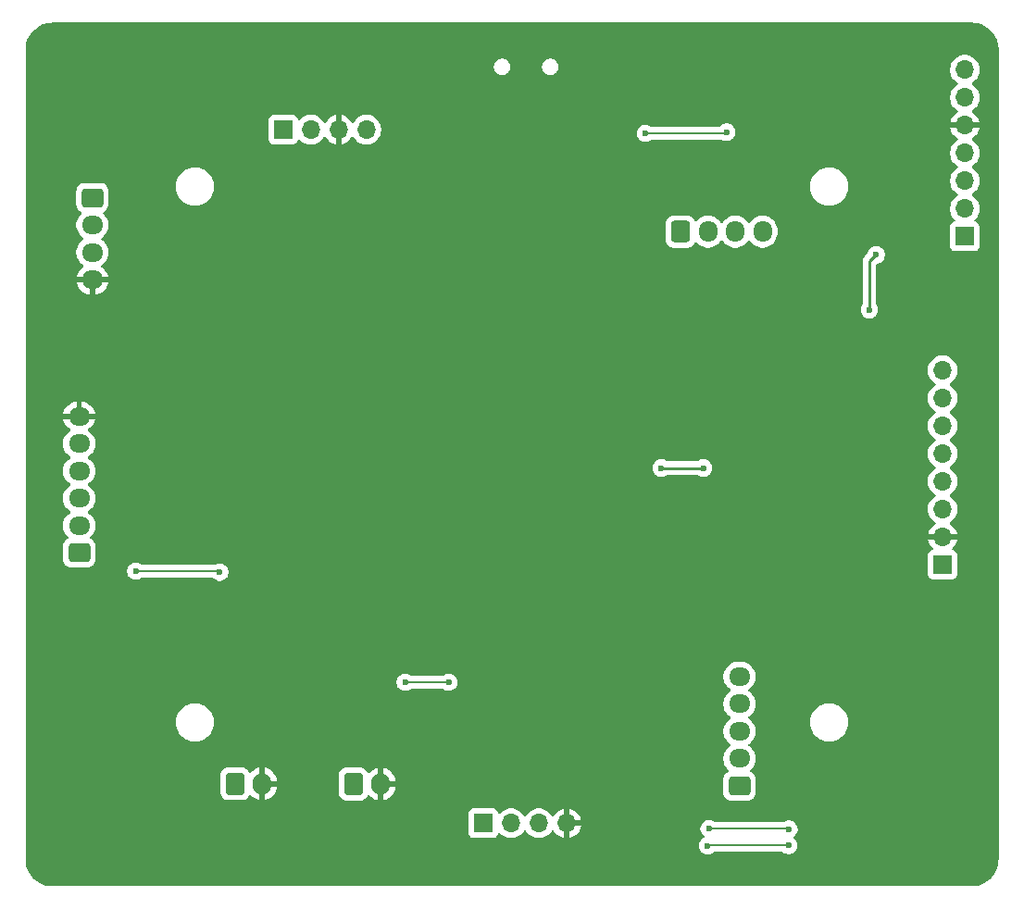
<source format=gbr>
%TF.GenerationSoftware,KiCad,Pcbnew,9.0.1*%
%TF.CreationDate,2025-05-06T19:14:12-06:00*%
%TF.ProjectId,2025_04_STM32F103_RobotBrain,32303235-5f30-4345-9f53-544d33324631,rev?*%
%TF.SameCoordinates,Original*%
%TF.FileFunction,Copper,L2,Bot*%
%TF.FilePolarity,Positive*%
%FSLAX46Y46*%
G04 Gerber Fmt 4.6, Leading zero omitted, Abs format (unit mm)*
G04 Created by KiCad (PCBNEW 9.0.1) date 2025-05-06 19:14:12*
%MOMM*%
%LPD*%
G01*
G04 APERTURE LIST*
G04 Aperture macros list*
%AMRoundRect*
0 Rectangle with rounded corners*
0 $1 Rounding radius*
0 $2 $3 $4 $5 $6 $7 $8 $9 X,Y pos of 4 corners*
0 Add a 4 corners polygon primitive as box body*
4,1,4,$2,$3,$4,$5,$6,$7,$8,$9,$2,$3,0*
0 Add four circle primitives for the rounded corners*
1,1,$1+$1,$2,$3*
1,1,$1+$1,$4,$5*
1,1,$1+$1,$6,$7*
1,1,$1+$1,$8,$9*
0 Add four rect primitives between the rounded corners*
20,1,$1+$1,$2,$3,$4,$5,0*
20,1,$1+$1,$4,$5,$6,$7,0*
20,1,$1+$1,$6,$7,$8,$9,0*
20,1,$1+$1,$8,$9,$2,$3,0*%
G04 Aperture macros list end*
%TA.AperFunction,ComponentPad*%
%ADD10RoundRect,0.250000X-0.600000X-0.750000X0.600000X-0.750000X0.600000X0.750000X-0.600000X0.750000X0*%
%TD*%
%TA.AperFunction,ComponentPad*%
%ADD11O,1.700000X2.000000*%
%TD*%
%TA.AperFunction,ComponentPad*%
%ADD12R,1.700000X1.700000*%
%TD*%
%TA.AperFunction,ComponentPad*%
%ADD13O,1.700000X1.700000*%
%TD*%
%TA.AperFunction,ComponentPad*%
%ADD14RoundRect,0.250000X0.725000X-0.600000X0.725000X0.600000X-0.725000X0.600000X-0.725000X-0.600000X0*%
%TD*%
%TA.AperFunction,ComponentPad*%
%ADD15O,1.950000X1.700000*%
%TD*%
%TA.AperFunction,ComponentPad*%
%ADD16RoundRect,0.250000X-0.725000X0.600000X-0.725000X-0.600000X0.725000X-0.600000X0.725000X0.600000X0*%
%TD*%
%TA.AperFunction,ComponentPad*%
%ADD17RoundRect,0.250000X-0.600000X-0.725000X0.600000X-0.725000X0.600000X0.725000X-0.600000X0.725000X0*%
%TD*%
%TA.AperFunction,ComponentPad*%
%ADD18O,1.700000X1.950000*%
%TD*%
%TA.AperFunction,ViaPad*%
%ADD19C,0.600000*%
%TD*%
%TA.AperFunction,Conductor*%
%ADD20C,0.254000*%
%TD*%
%TA.AperFunction,Conductor*%
%ADD21C,0.200000*%
%TD*%
G04 APERTURE END LIST*
D10*
%TO.P,J6,1,Pin_1*%
%TO.N,+3V3*%
X122580000Y-99900000D03*
D11*
%TO.P,J6,2,Pin_2*%
%TO.N,GND*%
X125080000Y-99900000D03*
%TD*%
D12*
%TO.P,J9,1,Pin_1*%
%TO.N,+3V3*%
X178500000Y-49800000D03*
D13*
%TO.P,J9,2,Pin_2*%
%TO.N,/PS2_SCK*%
X178500000Y-47260000D03*
%TO.P,J9,3,Pin_3*%
%TO.N,unconnected-(J9-Pin_3-Pad3)*%
X178500000Y-44720000D03*
%TO.P,J9,4,Pin_4*%
%TO.N,/PS2_CS*%
X178500000Y-42180000D03*
%TO.P,J9,5,Pin_5*%
%TO.N,GND*%
X178500000Y-39640000D03*
%TO.P,J9,6,Pin_6*%
%TO.N,/PS2_MISO*%
X178500000Y-37100000D03*
%TO.P,J9,7,Pin_7*%
%TO.N,/PS2_MOSI*%
X178500000Y-34560000D03*
%TD*%
D14*
%TO.P,J8,1,Pin_1*%
%TO.N,/E2A*%
X157890000Y-100070000D03*
D15*
%TO.P,J8,2,Pin_2*%
%TO.N,/E2B*%
X157890000Y-97570000D03*
%TO.P,J8,3,Pin_3*%
%TO.N,/E1A*%
X157890000Y-95070000D03*
%TO.P,J8,4,Pin_4*%
%TO.N,/E1B*%
X157890000Y-92570000D03*
%TO.P,J8,5,Pin_5*%
%TO.N,/PWR_ADC*%
X157890000Y-90070000D03*
%TD*%
D12*
%TO.P,J2,1,Pin_1*%
%TO.N,+5V*%
X176465000Y-79835000D03*
D13*
%TO.P,J2,2,Pin_2*%
%TO.N,GND*%
X176465000Y-77295000D03*
%TO.P,J2,3,Pin_3*%
%TO.N,/IMU_I2C_SCL*%
X176465000Y-74755000D03*
%TO.P,J2,4,Pin_4*%
%TO.N,/IMU_I2C_SDA*%
X176465000Y-72215000D03*
%TO.P,J2,5,Pin_5*%
%TO.N,unconnected-(J2-Pin_5-Pad5)*%
X176465000Y-69675000D03*
%TO.P,J2,6,Pin_6*%
%TO.N,unconnected-(J2-Pin_6-Pad6)*%
X176465000Y-67135000D03*
%TO.P,J2,7,Pin_7*%
%TO.N,unconnected-(J2-Pin_7-Pad7)*%
X176465000Y-64595000D03*
%TO.P,J2,8,Pin_8*%
%TO.N,/IMU_INT*%
X176465000Y-62055000D03*
%TD*%
D12*
%TO.P,J4,1,Pin_1*%
%TO.N,+3V3*%
X116160000Y-40040000D03*
D13*
%TO.P,J4,2,Pin_2*%
%TO.N,/SWCLK*%
X118700000Y-40040000D03*
%TO.P,J4,3,Pin_3*%
%TO.N,GND*%
X121240000Y-40040000D03*
%TO.P,J4,4,Pin_4*%
%TO.N,/SWDIO*%
X123780000Y-40040000D03*
%TD*%
D16*
%TO.P,J11,1,Pin_1*%
%TO.N,+3V3*%
X98720000Y-46270000D03*
D15*
%TO.P,J11,2,Pin_2*%
%TO.N,/USER_TX*%
X98720000Y-48770000D03*
%TO.P,J11,3,Pin_3*%
%TO.N,/USER_RX*%
X98720000Y-51270000D03*
%TO.P,J11,4,Pin_4*%
%TO.N,GND*%
X98720000Y-53770000D03*
%TD*%
D12*
%TO.P,J3,1,Pin_1*%
%TO.N,+5V*%
X134460000Y-103485000D03*
D13*
%TO.P,J3,2,Pin_2*%
%TO.N,/ULTRA_TRIG*%
X137000000Y-103485000D03*
%TO.P,J3,3,Pin_3*%
%TO.N,/ULTRA_ECHO*%
X139540000Y-103485000D03*
%TO.P,J3,4,Pin_4*%
%TO.N,GND*%
X142080000Y-103485000D03*
%TD*%
D17*
%TO.P,J7,1,Pin_1*%
%TO.N,/AN2*%
X152510000Y-49370000D03*
D18*
%TO.P,J7,2,Pin_2*%
%TO.N,/AN1*%
X155010000Y-49370000D03*
%TO.P,J7,3,Pin_3*%
%TO.N,/BN2*%
X157510000Y-49370000D03*
%TO.P,J7,4,Pin_4*%
%TO.N,/BN1*%
X160010000Y-49370000D03*
%TD*%
D10*
%TO.P,J5,1,Pin_1*%
%TO.N,+5V*%
X111750000Y-99875000D03*
D11*
%TO.P,J5,2,Pin_2*%
%TO.N,GND*%
X114250000Y-99875000D03*
%TD*%
D14*
%TO.P,J10,1,Pin_1*%
%TO.N,+3V3*%
X97510000Y-78760000D03*
D15*
%TO.P,J10,2,Pin_2*%
%TO.N,/X1*%
X97510000Y-76260000D03*
%TO.P,J10,3,Pin_3*%
%TO.N,/X2*%
X97510000Y-73760000D03*
%TO.P,J10,4,Pin_4*%
%TO.N,/X3*%
X97510000Y-71260000D03*
%TO.P,J10,5,Pin_5*%
%TO.N,/X4*%
X97510000Y-68760000D03*
%TO.P,J10,6,Pin_6*%
%TO.N,GND*%
X97510000Y-66260000D03*
%TD*%
D19*
%TO.N,GND*%
X149000000Y-41560000D03*
X156990000Y-41490000D03*
X169910000Y-50460000D03*
X170620000Y-57430000D03*
X155660000Y-70380000D03*
X151060000Y-72240000D03*
X162420000Y-102770000D03*
X162850000Y-106650000D03*
X154300000Y-106740000D03*
X154090000Y-103370000D03*
X131380000Y-89340000D03*
X126410000Y-91350000D03*
X110730000Y-81650000D03*
X102490000Y-81610000D03*
%TO.N,+3V3*%
X149280000Y-40380000D03*
X102700000Y-80430000D03*
X156730000Y-40280000D03*
X169770000Y-56520000D03*
X154610000Y-70990000D03*
X110360000Y-80520000D03*
X170380000Y-51490000D03*
X150730000Y-70990000D03*
%TO.N,GND*%
X135300000Y-31060000D03*
X135310000Y-31970000D03*
X138320000Y-48630000D03*
X101550000Y-104940000D03*
X136780000Y-35480000D03*
X137200000Y-59890000D03*
X135310000Y-36460000D03*
X100250000Y-97140000D03*
X148430000Y-76280000D03*
X133260000Y-70570000D03*
X160490000Y-38990000D03*
X156300000Y-38970000D03*
X135310000Y-75730000D03*
X141240000Y-79920000D03*
X116610000Y-74610000D03*
X162820000Y-30550000D03*
X150070000Y-72380000D03*
X174000000Y-92900000D03*
X132070000Y-71580000D03*
X133640000Y-85390000D03*
X141410000Y-36420000D03*
X145110000Y-70690000D03*
X173350000Y-99580000D03*
X153880000Y-30560000D03*
X148580000Y-83950000D03*
X135220000Y-88640000D03*
X141420000Y-37150000D03*
X141430000Y-31900000D03*
X141430000Y-31090000D03*
X157700000Y-38950000D03*
X175680000Y-106180000D03*
X148460000Y-78570000D03*
X137960000Y-77270000D03*
X148070000Y-63560000D03*
X148400000Y-32585000D03*
X156420000Y-36240000D03*
X130690000Y-76070000D03*
X133510000Y-59260000D03*
X142390000Y-77290000D03*
X173990000Y-90010000D03*
X142300000Y-74080000D03*
X147470000Y-58420000D03*
X135310000Y-37250000D03*
X147170000Y-41280000D03*
%TO.N,+5V*%
X131300000Y-90590000D03*
X162410000Y-104030000D03*
X127340000Y-90590000D03*
X155120000Y-103990000D03*
%TO.N,Net-(LED1-DOUT)*%
X162380000Y-105510000D03*
X154979000Y-105541000D03*
%TD*%
D20*
%TO.N,+3V3*%
X169770000Y-52100000D02*
X170380000Y-51490000D01*
D21*
X149280000Y-40380000D02*
X156630000Y-40380000D01*
D20*
X169770000Y-56520000D02*
X169770000Y-52100000D01*
D21*
X156630000Y-40380000D02*
X156730000Y-40280000D01*
D20*
X150730000Y-70990000D02*
X154610000Y-70990000D01*
D21*
X110270000Y-80430000D02*
X110360000Y-80520000D01*
X102700000Y-80430000D02*
X110270000Y-80430000D01*
%TO.N,+5V*%
X127340000Y-90590000D02*
X131300000Y-90590000D01*
X162370000Y-103990000D02*
X162410000Y-104030000D01*
X155120000Y-103990000D02*
X162370000Y-103990000D01*
%TO.N,Net-(LED1-DOUT)*%
X155010000Y-105510000D02*
X154979000Y-105541000D01*
X162380000Y-105510000D02*
X155010000Y-105510000D01*
%TD*%
%TA.AperFunction,Conductor*%
%TO.N,GND*%
G36*
X179103736Y-30250727D02*
G01*
X179393796Y-30268272D01*
X179408657Y-30270076D01*
X179690797Y-30321781D01*
X179705334Y-30325364D01*
X179979182Y-30410699D01*
X179993163Y-30416001D01*
X180254732Y-30533724D01*
X180267987Y-30540681D01*
X180513458Y-30689072D01*
X180525776Y-30697574D01*
X180751573Y-30874474D01*
X180762781Y-30884404D01*
X180965595Y-31087219D01*
X180975525Y-31098427D01*
X181152422Y-31324218D01*
X181160928Y-31336541D01*
X181309315Y-31582004D01*
X181316274Y-31595263D01*
X181433996Y-31856832D01*
X181439305Y-31870833D01*
X181524634Y-32144664D01*
X181528218Y-32159202D01*
X181579922Y-32441340D01*
X181581727Y-32456205D01*
X181589097Y-32578033D01*
X181595513Y-32684110D01*
X181599274Y-32746274D01*
X181599500Y-32753761D01*
X181599500Y-106746250D01*
X181599274Y-106753737D01*
X181581728Y-107043795D01*
X181579923Y-107058660D01*
X181528219Y-107340798D01*
X181524635Y-107355336D01*
X181439304Y-107629175D01*
X181433994Y-107643177D01*
X181316277Y-107904731D01*
X181309319Y-107917989D01*
X181160928Y-108163459D01*
X181152422Y-108175782D01*
X180975525Y-108401573D01*
X180965595Y-108412781D01*
X180762781Y-108615596D01*
X180751573Y-108625526D01*
X180525782Y-108802422D01*
X180513458Y-108810928D01*
X180267987Y-108959319D01*
X180254730Y-108966277D01*
X179993176Y-109083994D01*
X179979174Y-109089304D01*
X179705335Y-109174635D01*
X179690797Y-109178219D01*
X179408659Y-109229923D01*
X179393794Y-109231728D01*
X179200701Y-109243408D01*
X179103712Y-109249275D01*
X179096240Y-109249501D01*
X95103752Y-109249501D01*
X95096265Y-109249275D01*
X94806205Y-109231729D01*
X94791340Y-109229924D01*
X94509202Y-109178220D01*
X94494664Y-109174636D01*
X94220832Y-109089307D01*
X94206831Y-109083998D01*
X93945263Y-108966276D01*
X93932004Y-108959317D01*
X93686540Y-108810929D01*
X93674217Y-108802423D01*
X93448426Y-108625527D01*
X93437218Y-108615597D01*
X93234403Y-108412782D01*
X93224473Y-108401574D01*
X93224472Y-108401573D01*
X93047572Y-108175777D01*
X93039074Y-108163466D01*
X92890679Y-107917989D01*
X92883724Y-107904737D01*
X92766001Y-107643168D01*
X92760692Y-107629167D01*
X92752095Y-107601579D01*
X92675362Y-107355335D01*
X92671779Y-107340798D01*
X92620075Y-107058660D01*
X92618270Y-107043795D01*
X92600726Y-106753752D01*
X92600500Y-106746265D01*
X92600500Y-105462153D01*
X154178500Y-105462153D01*
X154178500Y-105619846D01*
X154209261Y-105774489D01*
X154209264Y-105774501D01*
X154269602Y-105920172D01*
X154269609Y-105920185D01*
X154357210Y-106051288D01*
X154357213Y-106051292D01*
X154468707Y-106162786D01*
X154468711Y-106162789D01*
X154599814Y-106250390D01*
X154599827Y-106250397D01*
X154670664Y-106279738D01*
X154745503Y-106310737D01*
X154900153Y-106341499D01*
X154900156Y-106341500D01*
X154900158Y-106341500D01*
X155057844Y-106341500D01*
X155057845Y-106341499D01*
X155212497Y-106310737D01*
X155358179Y-106250394D01*
X155489289Y-106162789D01*
X155489292Y-106162786D01*
X155505260Y-106146819D01*
X155566583Y-106113334D01*
X155592941Y-106110500D01*
X161800234Y-106110500D01*
X161867273Y-106130185D01*
X161869125Y-106131398D01*
X162000814Y-106219390D01*
X162000827Y-106219397D01*
X162075669Y-106250397D01*
X162146503Y-106279737D01*
X162301153Y-106310499D01*
X162301156Y-106310500D01*
X162301158Y-106310500D01*
X162458844Y-106310500D01*
X162458845Y-106310499D01*
X162613497Y-106279737D01*
X162759179Y-106219394D01*
X162890289Y-106131789D01*
X163001789Y-106020289D01*
X163089394Y-105889179D01*
X163149737Y-105743497D01*
X163180500Y-105588842D01*
X163180500Y-105431158D01*
X163180500Y-105431155D01*
X163180499Y-105431153D01*
X163149737Y-105276503D01*
X163102232Y-105161814D01*
X163089397Y-105130827D01*
X163089390Y-105130814D01*
X163001789Y-104999711D01*
X163001786Y-104999707D01*
X162890292Y-104888213D01*
X162890287Y-104888209D01*
X162882674Y-104883122D01*
X162837871Y-104829509D01*
X162829165Y-104760184D01*
X162859322Y-104697157D01*
X162882679Y-104676919D01*
X162920289Y-104651789D01*
X163031789Y-104540289D01*
X163119394Y-104409179D01*
X163179737Y-104263497D01*
X163210500Y-104108842D01*
X163210500Y-103951158D01*
X163210500Y-103951155D01*
X163210499Y-103951153D01*
X163197360Y-103885099D01*
X163179737Y-103796503D01*
X163179734Y-103796496D01*
X163179733Y-103796492D01*
X163119397Y-103650827D01*
X163119390Y-103650814D01*
X163031789Y-103519711D01*
X163031786Y-103519707D01*
X162920292Y-103408213D01*
X162920288Y-103408210D01*
X162789185Y-103320609D01*
X162789172Y-103320602D01*
X162643501Y-103260264D01*
X162643489Y-103260261D01*
X162488845Y-103229500D01*
X162488842Y-103229500D01*
X162331158Y-103229500D01*
X162331155Y-103229500D01*
X162176510Y-103260261D01*
X162176498Y-103260264D01*
X162030827Y-103320602D01*
X162030815Y-103320609D01*
X161958990Y-103368602D01*
X161892313Y-103389480D01*
X161890099Y-103389500D01*
X155699766Y-103389500D01*
X155632727Y-103369815D01*
X155630875Y-103368602D01*
X155499185Y-103280609D01*
X155499172Y-103280602D01*
X155353501Y-103220264D01*
X155353489Y-103220261D01*
X155198845Y-103189500D01*
X155198842Y-103189500D01*
X155041158Y-103189500D01*
X155041155Y-103189500D01*
X154886510Y-103220261D01*
X154886498Y-103220264D01*
X154740827Y-103280602D01*
X154740814Y-103280609D01*
X154609711Y-103368210D01*
X154609707Y-103368213D01*
X154498213Y-103479707D01*
X154498210Y-103479711D01*
X154410609Y-103610814D01*
X154410602Y-103610827D01*
X154350264Y-103756498D01*
X154350261Y-103756510D01*
X154319500Y-103911153D01*
X154319500Y-104068846D01*
X154350261Y-104223489D01*
X154350264Y-104223501D01*
X154410602Y-104369172D01*
X154410609Y-104369185D01*
X154498210Y-104500288D01*
X154498213Y-104500292D01*
X154609710Y-104611789D01*
X154616119Y-104616071D01*
X154660924Y-104669683D01*
X154669631Y-104739008D01*
X154639477Y-104802035D01*
X154604260Y-104826995D01*
X154605191Y-104828736D01*
X154599814Y-104831609D01*
X154468711Y-104919210D01*
X154468707Y-104919213D01*
X154357213Y-105030707D01*
X154357210Y-105030711D01*
X154269609Y-105161814D01*
X154269602Y-105161827D01*
X154209264Y-105307498D01*
X154209261Y-105307510D01*
X154178500Y-105462153D01*
X92600500Y-105462153D01*
X92600500Y-102587135D01*
X133109500Y-102587135D01*
X133109500Y-104382870D01*
X133109501Y-104382876D01*
X133115908Y-104442483D01*
X133166202Y-104577328D01*
X133166206Y-104577335D01*
X133252452Y-104692544D01*
X133252455Y-104692547D01*
X133367664Y-104778793D01*
X133367671Y-104778797D01*
X133502517Y-104829091D01*
X133502516Y-104829091D01*
X133509444Y-104829835D01*
X133562127Y-104835500D01*
X135357872Y-104835499D01*
X135417483Y-104829091D01*
X135552331Y-104778796D01*
X135667546Y-104692546D01*
X135753796Y-104577331D01*
X135802810Y-104445916D01*
X135844681Y-104389984D01*
X135910145Y-104365566D01*
X135978418Y-104380417D01*
X136006673Y-104401569D01*
X136120213Y-104515109D01*
X136292179Y-104640048D01*
X136292181Y-104640049D01*
X136292184Y-104640051D01*
X136481588Y-104736557D01*
X136683757Y-104802246D01*
X136893713Y-104835500D01*
X136893714Y-104835500D01*
X137106286Y-104835500D01*
X137106287Y-104835500D01*
X137316243Y-104802246D01*
X137518412Y-104736557D01*
X137707816Y-104640051D01*
X137794138Y-104577335D01*
X137879786Y-104515109D01*
X137879788Y-104515106D01*
X137879792Y-104515104D01*
X138030104Y-104364792D01*
X138030106Y-104364788D01*
X138030109Y-104364786D01*
X138155048Y-104192820D01*
X138155047Y-104192820D01*
X138155051Y-104192816D01*
X138159514Y-104184054D01*
X138207488Y-104133259D01*
X138275308Y-104116463D01*
X138341444Y-104138999D01*
X138380486Y-104184056D01*
X138384951Y-104192820D01*
X138509890Y-104364786D01*
X138660213Y-104515109D01*
X138832179Y-104640048D01*
X138832181Y-104640049D01*
X138832184Y-104640051D01*
X139021588Y-104736557D01*
X139223757Y-104802246D01*
X139433713Y-104835500D01*
X139433714Y-104835500D01*
X139646286Y-104835500D01*
X139646287Y-104835500D01*
X139856243Y-104802246D01*
X140058412Y-104736557D01*
X140247816Y-104640051D01*
X140334138Y-104577335D01*
X140419786Y-104515109D01*
X140419788Y-104515106D01*
X140419792Y-104515104D01*
X140570104Y-104364792D01*
X140570106Y-104364788D01*
X140570109Y-104364786D01*
X140695048Y-104192820D01*
X140695051Y-104192816D01*
X140699793Y-104183508D01*
X140747763Y-104132711D01*
X140815583Y-104115911D01*
X140881719Y-104138445D01*
X140920763Y-104183500D01*
X140925377Y-104192555D01*
X141050272Y-104364459D01*
X141050276Y-104364464D01*
X141200535Y-104514723D01*
X141200540Y-104514727D01*
X141372442Y-104639620D01*
X141561782Y-104736095D01*
X141763871Y-104801757D01*
X141830000Y-104812231D01*
X141830000Y-103918012D01*
X141887007Y-103950925D01*
X142014174Y-103985000D01*
X142145826Y-103985000D01*
X142272993Y-103950925D01*
X142330000Y-103918012D01*
X142330000Y-104812230D01*
X142396126Y-104801757D01*
X142396129Y-104801757D01*
X142598217Y-104736095D01*
X142787557Y-104639620D01*
X142959459Y-104514727D01*
X142959464Y-104514723D01*
X143109723Y-104364464D01*
X143109727Y-104364459D01*
X143234620Y-104192557D01*
X143331095Y-104003217D01*
X143396757Y-103801129D01*
X143396757Y-103801126D01*
X143407231Y-103735000D01*
X142513012Y-103735000D01*
X142545925Y-103677993D01*
X142580000Y-103550826D01*
X142580000Y-103419174D01*
X142545925Y-103292007D01*
X142513012Y-103235000D01*
X143407231Y-103235000D01*
X143396757Y-103168873D01*
X143396757Y-103168870D01*
X143331095Y-102966782D01*
X143234620Y-102777442D01*
X143109727Y-102605540D01*
X143109723Y-102605535D01*
X142959464Y-102455276D01*
X142959459Y-102455272D01*
X142787557Y-102330379D01*
X142598215Y-102233903D01*
X142396124Y-102168241D01*
X142330000Y-102157768D01*
X142330000Y-103051988D01*
X142272993Y-103019075D01*
X142145826Y-102985000D01*
X142014174Y-102985000D01*
X141887007Y-103019075D01*
X141830000Y-103051988D01*
X141830000Y-102157768D01*
X141829999Y-102157768D01*
X141763875Y-102168241D01*
X141561784Y-102233903D01*
X141372442Y-102330379D01*
X141200540Y-102455272D01*
X141200535Y-102455276D01*
X141050276Y-102605535D01*
X141050272Y-102605540D01*
X140925378Y-102777443D01*
X140920762Y-102786502D01*
X140872784Y-102837295D01*
X140804963Y-102854087D01*
X140738829Y-102831546D01*
X140699794Y-102786493D01*
X140695051Y-102777184D01*
X140695049Y-102777181D01*
X140695048Y-102777179D01*
X140570109Y-102605213D01*
X140419786Y-102454890D01*
X140247820Y-102329951D01*
X140058414Y-102233444D01*
X140058413Y-102233443D01*
X140058412Y-102233443D01*
X139856243Y-102167754D01*
X139856241Y-102167753D01*
X139856240Y-102167753D01*
X139694957Y-102142208D01*
X139646287Y-102134500D01*
X139433713Y-102134500D01*
X139385042Y-102142208D01*
X139223760Y-102167753D01*
X139021585Y-102233444D01*
X138832179Y-102329951D01*
X138660213Y-102454890D01*
X138509890Y-102605213D01*
X138384949Y-102777182D01*
X138380484Y-102785946D01*
X138332509Y-102836742D01*
X138264688Y-102853536D01*
X138198553Y-102830998D01*
X138159516Y-102785946D01*
X138155050Y-102777182D01*
X138030109Y-102605213D01*
X137879786Y-102454890D01*
X137707820Y-102329951D01*
X137518414Y-102233444D01*
X137518413Y-102233443D01*
X137518412Y-102233443D01*
X137316243Y-102167754D01*
X137316241Y-102167753D01*
X137316240Y-102167753D01*
X137154957Y-102142208D01*
X137106287Y-102134500D01*
X136893713Y-102134500D01*
X136845042Y-102142208D01*
X136683760Y-102167753D01*
X136481585Y-102233444D01*
X136292179Y-102329951D01*
X136120215Y-102454889D01*
X136006673Y-102568431D01*
X135945350Y-102601915D01*
X135875658Y-102596931D01*
X135819725Y-102555059D01*
X135802810Y-102524082D01*
X135753797Y-102392671D01*
X135753793Y-102392664D01*
X135667547Y-102277455D01*
X135667544Y-102277452D01*
X135552335Y-102191206D01*
X135552328Y-102191202D01*
X135417482Y-102140908D01*
X135417483Y-102140908D01*
X135357883Y-102134501D01*
X135357881Y-102134500D01*
X135357873Y-102134500D01*
X135357864Y-102134500D01*
X133562129Y-102134500D01*
X133562123Y-102134501D01*
X133502516Y-102140908D01*
X133367671Y-102191202D01*
X133367664Y-102191206D01*
X133252455Y-102277452D01*
X133252452Y-102277455D01*
X133166206Y-102392664D01*
X133166202Y-102392671D01*
X133115908Y-102527517D01*
X133109501Y-102587116D01*
X133109500Y-102587135D01*
X92600500Y-102587135D01*
X92600500Y-99074983D01*
X110399500Y-99074983D01*
X110399500Y-100675001D01*
X110399501Y-100675018D01*
X110410000Y-100777796D01*
X110410001Y-100777799D01*
X110465185Y-100944331D01*
X110465186Y-100944334D01*
X110557288Y-101093656D01*
X110681344Y-101217712D01*
X110830666Y-101309814D01*
X110997203Y-101364999D01*
X111099991Y-101375500D01*
X112400008Y-101375499D01*
X112502797Y-101364999D01*
X112669334Y-101309814D01*
X112818656Y-101217712D01*
X112942712Y-101093656D01*
X113034814Y-100944334D01*
X113034814Y-100944331D01*
X113038448Y-100938441D01*
X113090395Y-100891716D01*
X113159358Y-100880493D01*
X113223440Y-100908336D01*
X113231668Y-100915856D01*
X113370535Y-101054723D01*
X113370540Y-101054727D01*
X113542442Y-101179620D01*
X113731782Y-101276095D01*
X113933871Y-101341757D01*
X114000000Y-101352231D01*
X114000000Y-100308012D01*
X114057007Y-100340925D01*
X114184174Y-100375000D01*
X114315826Y-100375000D01*
X114442993Y-100340925D01*
X114500000Y-100308012D01*
X114500000Y-101352230D01*
X114566126Y-101341757D01*
X114566129Y-101341757D01*
X114768217Y-101276095D01*
X114957557Y-101179620D01*
X115129459Y-101054727D01*
X115129464Y-101054723D01*
X115279723Y-100904464D01*
X115279727Y-100904459D01*
X115404620Y-100732557D01*
X115501095Y-100543217D01*
X115566757Y-100341130D01*
X115566757Y-100341127D01*
X115600000Y-100131246D01*
X115600000Y-100125000D01*
X114683012Y-100125000D01*
X114715925Y-100067993D01*
X114750000Y-99940826D01*
X114750000Y-99809174D01*
X114715925Y-99682007D01*
X114683012Y-99625000D01*
X115600000Y-99625000D01*
X115600000Y-99618753D01*
X115566757Y-99408872D01*
X115566757Y-99408869D01*
X115501094Y-99206780D01*
X115473758Y-99153130D01*
X115473757Y-99153129D01*
X115446677Y-99099983D01*
X121229500Y-99099983D01*
X121229500Y-100700001D01*
X121229501Y-100700018D01*
X121240000Y-100802796D01*
X121240001Y-100802799D01*
X121273690Y-100904464D01*
X121295186Y-100969334D01*
X121387288Y-101118656D01*
X121511344Y-101242712D01*
X121660666Y-101334814D01*
X121827203Y-101389999D01*
X121929991Y-101400500D01*
X123230008Y-101400499D01*
X123332797Y-101389999D01*
X123499334Y-101334814D01*
X123648656Y-101242712D01*
X123772712Y-101118656D01*
X123864814Y-100969334D01*
X123864814Y-100969331D01*
X123868448Y-100963441D01*
X123920395Y-100916716D01*
X123989358Y-100905493D01*
X124053440Y-100933336D01*
X124061668Y-100940856D01*
X124200535Y-101079723D01*
X124200540Y-101079727D01*
X124372442Y-101204620D01*
X124561782Y-101301095D01*
X124763871Y-101366757D01*
X124830000Y-101377231D01*
X124830000Y-100333012D01*
X124887007Y-100365925D01*
X125014174Y-100400000D01*
X125145826Y-100400000D01*
X125272993Y-100365925D01*
X125330000Y-100333012D01*
X125330000Y-101377230D01*
X125396126Y-101366757D01*
X125396129Y-101366757D01*
X125598217Y-101301095D01*
X125787557Y-101204620D01*
X125959459Y-101079727D01*
X125959464Y-101079723D01*
X126109723Y-100929464D01*
X126109727Y-100929459D01*
X126234620Y-100757557D01*
X126331095Y-100568217D01*
X126396757Y-100366130D01*
X126396757Y-100366127D01*
X126430000Y-100156246D01*
X126430000Y-100150000D01*
X125513012Y-100150000D01*
X125545925Y-100092993D01*
X125580000Y-99965826D01*
X125580000Y-99834174D01*
X125545925Y-99707007D01*
X125513012Y-99650000D01*
X126430000Y-99650000D01*
X126430000Y-99643753D01*
X126396757Y-99433872D01*
X126396757Y-99433869D01*
X126331095Y-99231782D01*
X126234620Y-99042442D01*
X126109727Y-98870540D01*
X126109723Y-98870535D01*
X125959464Y-98720276D01*
X125959459Y-98720272D01*
X125787557Y-98595379D01*
X125598215Y-98498903D01*
X125396124Y-98433241D01*
X125330000Y-98422768D01*
X125330000Y-99466988D01*
X125272993Y-99434075D01*
X125145826Y-99400000D01*
X125014174Y-99400000D01*
X124887007Y-99434075D01*
X124830000Y-99466988D01*
X124830000Y-98422768D01*
X124829999Y-98422768D01*
X124763875Y-98433241D01*
X124561784Y-98498903D01*
X124372442Y-98595379D01*
X124200541Y-98720271D01*
X124061668Y-98859144D01*
X124000345Y-98892628D01*
X123930653Y-98887644D01*
X123874720Y-98845772D01*
X123868448Y-98836558D01*
X123799670Y-98725051D01*
X123772712Y-98681344D01*
X123648656Y-98557288D01*
X123499334Y-98465186D01*
X123332797Y-98410001D01*
X123332795Y-98410000D01*
X123230010Y-98399500D01*
X121929998Y-98399500D01*
X121929981Y-98399501D01*
X121827203Y-98410000D01*
X121827200Y-98410001D01*
X121660668Y-98465185D01*
X121660663Y-98465187D01*
X121511342Y-98557289D01*
X121387289Y-98681342D01*
X121295187Y-98830663D01*
X121295185Y-98830668D01*
X121276305Y-98887644D01*
X121240001Y-98997203D01*
X121240001Y-98997204D01*
X121240000Y-98997204D01*
X121229500Y-99099983D01*
X115446677Y-99099983D01*
X115404620Y-99017442D01*
X115279727Y-98845540D01*
X115279723Y-98845535D01*
X115129464Y-98695276D01*
X115129459Y-98695272D01*
X114957557Y-98570379D01*
X114768215Y-98473903D01*
X114566124Y-98408241D01*
X114500000Y-98397768D01*
X114500000Y-99441988D01*
X114442993Y-99409075D01*
X114315826Y-99375000D01*
X114184174Y-99375000D01*
X114057007Y-99409075D01*
X114000000Y-99441988D01*
X114000000Y-98397768D01*
X113999999Y-98397768D01*
X113933875Y-98408241D01*
X113731784Y-98473903D01*
X113542442Y-98570379D01*
X113370541Y-98695271D01*
X113231668Y-98834144D01*
X113170345Y-98867628D01*
X113100653Y-98862644D01*
X113044720Y-98820772D01*
X113038448Y-98811558D01*
X112985272Y-98725346D01*
X112942712Y-98656344D01*
X112818656Y-98532288D01*
X112669334Y-98440186D01*
X112502797Y-98385001D01*
X112502795Y-98385000D01*
X112400010Y-98374500D01*
X111099998Y-98374500D01*
X111099981Y-98374501D01*
X110997203Y-98385000D01*
X110997200Y-98385001D01*
X110830668Y-98440185D01*
X110830663Y-98440187D01*
X110681342Y-98532289D01*
X110557289Y-98656342D01*
X110465187Y-98805663D01*
X110465185Y-98805668D01*
X110443689Y-98870540D01*
X110410001Y-98972203D01*
X110410001Y-98972204D01*
X110410000Y-98972204D01*
X110399500Y-99074983D01*
X92600500Y-99074983D01*
X92600500Y-94135259D01*
X106349500Y-94135259D01*
X106349500Y-94364742D01*
X106374100Y-94551585D01*
X106379452Y-94592239D01*
X106415153Y-94725479D01*
X106438842Y-94813888D01*
X106526650Y-95025877D01*
X106526656Y-95025889D01*
X106613487Y-95176286D01*
X106641392Y-95224618D01*
X106781081Y-95406662D01*
X106781089Y-95406671D01*
X106943330Y-95568912D01*
X106943338Y-95568919D01*
X107125382Y-95708608D01*
X107125385Y-95708609D01*
X107125388Y-95708612D01*
X107324112Y-95823345D01*
X107324117Y-95823347D01*
X107324123Y-95823350D01*
X107415480Y-95861191D01*
X107536113Y-95911159D01*
X107757762Y-95970549D01*
X107985266Y-96000501D01*
X107985273Y-96000501D01*
X108214727Y-96000501D01*
X108214734Y-96000501D01*
X108442238Y-95970549D01*
X108663887Y-95911159D01*
X108875888Y-95823345D01*
X109074612Y-95708612D01*
X109256661Y-95568920D01*
X109256665Y-95568915D01*
X109256670Y-95568912D01*
X109418911Y-95406671D01*
X109418914Y-95406666D01*
X109418919Y-95406662D01*
X109558611Y-95224613D01*
X109673344Y-95025889D01*
X109761158Y-94813888D01*
X109820548Y-94592239D01*
X109850500Y-94364735D01*
X109850500Y-94135267D01*
X109820548Y-93907763D01*
X109761158Y-93686114D01*
X109697642Y-93532774D01*
X109673349Y-93474124D01*
X109673346Y-93474118D01*
X109673344Y-93474113D01*
X109558611Y-93275389D01*
X109558608Y-93275386D01*
X109558607Y-93275383D01*
X109418918Y-93093339D01*
X109418911Y-93093331D01*
X109256670Y-92931090D01*
X109256661Y-92931082D01*
X109074617Y-92791393D01*
X108875890Y-92676658D01*
X108875876Y-92676651D01*
X108663887Y-92588843D01*
X108442238Y-92529453D01*
X108404215Y-92524447D01*
X108214741Y-92499501D01*
X108214734Y-92499501D01*
X107985266Y-92499501D01*
X107985258Y-92499501D01*
X107768715Y-92528010D01*
X107757762Y-92529453D01*
X107664076Y-92554555D01*
X107536112Y-92588843D01*
X107324123Y-92676651D01*
X107324109Y-92676658D01*
X107125382Y-92791393D01*
X106943338Y-92931082D01*
X106781081Y-93093339D01*
X106641392Y-93275383D01*
X106526657Y-93474110D01*
X106526650Y-93474124D01*
X106438842Y-93686113D01*
X106379453Y-93907760D01*
X106379451Y-93907771D01*
X106349500Y-94135259D01*
X92600500Y-94135259D01*
X92600500Y-90511153D01*
X126539500Y-90511153D01*
X126539500Y-90668846D01*
X126570261Y-90823489D01*
X126570264Y-90823501D01*
X126630602Y-90969172D01*
X126630609Y-90969185D01*
X126718210Y-91100288D01*
X126718213Y-91100292D01*
X126829707Y-91211786D01*
X126829711Y-91211789D01*
X126960814Y-91299390D01*
X126960827Y-91299397D01*
X127070019Y-91344625D01*
X127106503Y-91359737D01*
X127261153Y-91390499D01*
X127261156Y-91390500D01*
X127261158Y-91390500D01*
X127418844Y-91390500D01*
X127418845Y-91390499D01*
X127573497Y-91359737D01*
X127719179Y-91299394D01*
X127817677Y-91233580D01*
X127850875Y-91211398D01*
X127917553Y-91190520D01*
X127919766Y-91190500D01*
X130720234Y-91190500D01*
X130787273Y-91210185D01*
X130789125Y-91211398D01*
X130920814Y-91299390D01*
X130920827Y-91299397D01*
X131030019Y-91344625D01*
X131066503Y-91359737D01*
X131221153Y-91390499D01*
X131221156Y-91390500D01*
X131221158Y-91390500D01*
X131378844Y-91390500D01*
X131378845Y-91390499D01*
X131533497Y-91359737D01*
X131679179Y-91299394D01*
X131810289Y-91211789D01*
X131921789Y-91100289D01*
X132009394Y-90969179D01*
X132069737Y-90823497D01*
X132100500Y-90668842D01*
X132100500Y-90511158D01*
X132100500Y-90511155D01*
X132100499Y-90511153D01*
X132069737Y-90356503D01*
X132069735Y-90356498D01*
X132009397Y-90210827D01*
X132009390Y-90210814D01*
X131921789Y-90079711D01*
X131921786Y-90079707D01*
X131810292Y-89968213D01*
X131810288Y-89968210D01*
X131803558Y-89963713D01*
X156414500Y-89963713D01*
X156414500Y-90176286D01*
X156447753Y-90386239D01*
X156513444Y-90588414D01*
X156609951Y-90777820D01*
X156734890Y-90949786D01*
X156885209Y-91100105D01*
X156885214Y-91100109D01*
X157049793Y-91219682D01*
X157092459Y-91275011D01*
X157098438Y-91344625D01*
X157065833Y-91406420D01*
X157049793Y-91420318D01*
X156885214Y-91539890D01*
X156885209Y-91539894D01*
X156734890Y-91690213D01*
X156609951Y-91862179D01*
X156513444Y-92051585D01*
X156447753Y-92253760D01*
X156414500Y-92463713D01*
X156414500Y-92676286D01*
X156447753Y-92886239D01*
X156513444Y-93088414D01*
X156609951Y-93277820D01*
X156734890Y-93449786D01*
X156885209Y-93600105D01*
X156885214Y-93600109D01*
X157049793Y-93719682D01*
X157092459Y-93775011D01*
X157098438Y-93844625D01*
X157065833Y-93906420D01*
X157049793Y-93920318D01*
X156885214Y-94039890D01*
X156885209Y-94039894D01*
X156734890Y-94190213D01*
X156609951Y-94362179D01*
X156513444Y-94551585D01*
X156447753Y-94753760D01*
X156422849Y-94911001D01*
X156414500Y-94963713D01*
X156414500Y-95176287D01*
X156447754Y-95386243D01*
X156507109Y-95568919D01*
X156513444Y-95588414D01*
X156609951Y-95777820D01*
X156734890Y-95949786D01*
X156885209Y-96100105D01*
X156885214Y-96100109D01*
X157049793Y-96219682D01*
X157092459Y-96275011D01*
X157098438Y-96344625D01*
X157065833Y-96406420D01*
X157049793Y-96420318D01*
X156885214Y-96539890D01*
X156885209Y-96539894D01*
X156734890Y-96690213D01*
X156609951Y-96862179D01*
X156513444Y-97051585D01*
X156447753Y-97253760D01*
X156414500Y-97463713D01*
X156414500Y-97676286D01*
X156447753Y-97886239D01*
X156513444Y-98088414D01*
X156609951Y-98277820D01*
X156734890Y-98449786D01*
X156873705Y-98588601D01*
X156907190Y-98649924D01*
X156902206Y-98719616D01*
X156860334Y-98775549D01*
X156851121Y-98781821D01*
X156696342Y-98877289D01*
X156572289Y-99001342D01*
X156480187Y-99150663D01*
X156480185Y-99150668D01*
X156461592Y-99206780D01*
X156425001Y-99317203D01*
X156425001Y-99317204D01*
X156425000Y-99317204D01*
X156414500Y-99419983D01*
X156414500Y-100720001D01*
X156414501Y-100720018D01*
X156425000Y-100822796D01*
X156425001Y-100822799D01*
X156464122Y-100940856D01*
X156480186Y-100989334D01*
X156572288Y-101138656D01*
X156696344Y-101262712D01*
X156845666Y-101354814D01*
X157012203Y-101409999D01*
X157114991Y-101420500D01*
X158665008Y-101420499D01*
X158767797Y-101409999D01*
X158934334Y-101354814D01*
X159083656Y-101262712D01*
X159207712Y-101138656D01*
X159299814Y-100989334D01*
X159354999Y-100822797D01*
X159365500Y-100720009D01*
X159365499Y-99419992D01*
X159354999Y-99317203D01*
X159299814Y-99150666D01*
X159207712Y-99001344D01*
X159083656Y-98877288D01*
X158934334Y-98785186D01*
X158934333Y-98785185D01*
X158928878Y-98781821D01*
X158882154Y-98729873D01*
X158870931Y-98660910D01*
X158898775Y-98596828D01*
X158906272Y-98588623D01*
X159045104Y-98449792D01*
X159052083Y-98440187D01*
X159170048Y-98277820D01*
X159170047Y-98277820D01*
X159170051Y-98277816D01*
X159266557Y-98088412D01*
X159332246Y-97886243D01*
X159365500Y-97676287D01*
X159365500Y-97463713D01*
X159332246Y-97253757D01*
X159266557Y-97051588D01*
X159170051Y-96862184D01*
X159170049Y-96862181D01*
X159170048Y-96862179D01*
X159045109Y-96690213D01*
X158894792Y-96539896D01*
X158894784Y-96539890D01*
X158730204Y-96420316D01*
X158687540Y-96364989D01*
X158681561Y-96295376D01*
X158714166Y-96233580D01*
X158730199Y-96219686D01*
X158894792Y-96100104D01*
X159045104Y-95949792D01*
X159045106Y-95949788D01*
X159045109Y-95949786D01*
X159170048Y-95777820D01*
X159170047Y-95777820D01*
X159170051Y-95777816D01*
X159266557Y-95588412D01*
X159332246Y-95386243D01*
X159365500Y-95176287D01*
X159365500Y-94963713D01*
X159332246Y-94753757D01*
X159266557Y-94551588D01*
X159170051Y-94362184D01*
X159170049Y-94362181D01*
X159170048Y-94362179D01*
X159055193Y-94204093D01*
X159045109Y-94190214D01*
X159045105Y-94190209D01*
X158990155Y-94135259D01*
X164349500Y-94135259D01*
X164349500Y-94364742D01*
X164374100Y-94551585D01*
X164379452Y-94592239D01*
X164415153Y-94725479D01*
X164438842Y-94813888D01*
X164526650Y-95025877D01*
X164526656Y-95025889D01*
X164613487Y-95176286D01*
X164641392Y-95224618D01*
X164781081Y-95406662D01*
X164781089Y-95406671D01*
X164943330Y-95568912D01*
X164943338Y-95568919D01*
X165125382Y-95708608D01*
X165125385Y-95708609D01*
X165125388Y-95708612D01*
X165324112Y-95823345D01*
X165324117Y-95823347D01*
X165324123Y-95823350D01*
X165415480Y-95861191D01*
X165536113Y-95911159D01*
X165757762Y-95970549D01*
X165985266Y-96000501D01*
X165985273Y-96000501D01*
X166214727Y-96000501D01*
X166214734Y-96000501D01*
X166442238Y-95970549D01*
X166663887Y-95911159D01*
X166875888Y-95823345D01*
X167074612Y-95708612D01*
X167256661Y-95568920D01*
X167256665Y-95568915D01*
X167256670Y-95568912D01*
X167418911Y-95406671D01*
X167418914Y-95406666D01*
X167418919Y-95406662D01*
X167558611Y-95224613D01*
X167673344Y-95025889D01*
X167761158Y-94813888D01*
X167820548Y-94592239D01*
X167850500Y-94364735D01*
X167850500Y-94135267D01*
X167820548Y-93907763D01*
X167761158Y-93686114D01*
X167697642Y-93532774D01*
X167673349Y-93474124D01*
X167673346Y-93474118D01*
X167673344Y-93474113D01*
X167558611Y-93275389D01*
X167558608Y-93275386D01*
X167558607Y-93275383D01*
X167418918Y-93093339D01*
X167418911Y-93093331D01*
X167256670Y-92931090D01*
X167256661Y-92931082D01*
X167074617Y-92791393D01*
X166875890Y-92676658D01*
X166875876Y-92676651D01*
X166663887Y-92588843D01*
X166442238Y-92529453D01*
X166404215Y-92524447D01*
X166214741Y-92499501D01*
X166214734Y-92499501D01*
X165985266Y-92499501D01*
X165985258Y-92499501D01*
X165768715Y-92528010D01*
X165757762Y-92529453D01*
X165664076Y-92554555D01*
X165536112Y-92588843D01*
X165324123Y-92676651D01*
X165324109Y-92676658D01*
X165125382Y-92791393D01*
X164943338Y-92931082D01*
X164781081Y-93093339D01*
X164641392Y-93275383D01*
X164526657Y-93474110D01*
X164526650Y-93474124D01*
X164438842Y-93686113D01*
X164379453Y-93907760D01*
X164379451Y-93907771D01*
X164349500Y-94135259D01*
X158990155Y-94135259D01*
X158894792Y-94039896D01*
X158884520Y-94032433D01*
X158730204Y-93920316D01*
X158687540Y-93864989D01*
X158681561Y-93795376D01*
X158714166Y-93733580D01*
X158730199Y-93719686D01*
X158894792Y-93600104D01*
X159045104Y-93449792D01*
X159045106Y-93449788D01*
X159045109Y-93449786D01*
X159170048Y-93277820D01*
X159170047Y-93277820D01*
X159170051Y-93277816D01*
X159266557Y-93088412D01*
X159332246Y-92886243D01*
X159365500Y-92676287D01*
X159365500Y-92463713D01*
X159332246Y-92253757D01*
X159266557Y-92051588D01*
X159170051Y-91862184D01*
X159170049Y-91862181D01*
X159170048Y-91862179D01*
X159045109Y-91690213D01*
X158894792Y-91539896D01*
X158894784Y-91539890D01*
X158730204Y-91420316D01*
X158687540Y-91364989D01*
X158681561Y-91295376D01*
X158714166Y-91233580D01*
X158730199Y-91219686D01*
X158894792Y-91100104D01*
X159045104Y-90949792D01*
X159045106Y-90949788D01*
X159045109Y-90949786D01*
X159170048Y-90777820D01*
X159170047Y-90777820D01*
X159170051Y-90777816D01*
X159266557Y-90588412D01*
X159332246Y-90386243D01*
X159365500Y-90176287D01*
X159365500Y-89963713D01*
X159332246Y-89753757D01*
X159266557Y-89551588D01*
X159170051Y-89362184D01*
X159170049Y-89362181D01*
X159170048Y-89362179D01*
X159045109Y-89190213D01*
X158894786Y-89039890D01*
X158722820Y-88914951D01*
X158533414Y-88818444D01*
X158533413Y-88818443D01*
X158533412Y-88818443D01*
X158331243Y-88752754D01*
X158331241Y-88752753D01*
X158331240Y-88752753D01*
X158169957Y-88727208D01*
X158121287Y-88719500D01*
X157658713Y-88719500D01*
X157610042Y-88727208D01*
X157448760Y-88752753D01*
X157246585Y-88818444D01*
X157057179Y-88914951D01*
X156885213Y-89039890D01*
X156734890Y-89190213D01*
X156609951Y-89362179D01*
X156513444Y-89551585D01*
X156447753Y-89753760D01*
X156414500Y-89963713D01*
X131803558Y-89963713D01*
X131679185Y-89880609D01*
X131679172Y-89880602D01*
X131533501Y-89820264D01*
X131533489Y-89820261D01*
X131378845Y-89789500D01*
X131378842Y-89789500D01*
X131221158Y-89789500D01*
X131221155Y-89789500D01*
X131066510Y-89820261D01*
X131066498Y-89820264D01*
X130920827Y-89880602D01*
X130920814Y-89880609D01*
X130789125Y-89968602D01*
X130722447Y-89989480D01*
X130720234Y-89989500D01*
X127919766Y-89989500D01*
X127852727Y-89969815D01*
X127850875Y-89968602D01*
X127719185Y-89880609D01*
X127719172Y-89880602D01*
X127573501Y-89820264D01*
X127573489Y-89820261D01*
X127418845Y-89789500D01*
X127418842Y-89789500D01*
X127261158Y-89789500D01*
X127261155Y-89789500D01*
X127106510Y-89820261D01*
X127106498Y-89820264D01*
X126960827Y-89880602D01*
X126960814Y-89880609D01*
X126829711Y-89968210D01*
X126829707Y-89968213D01*
X126718213Y-90079707D01*
X126718210Y-90079711D01*
X126630609Y-90210814D01*
X126630602Y-90210827D01*
X126570264Y-90356498D01*
X126570261Y-90356510D01*
X126539500Y-90511153D01*
X92600500Y-90511153D01*
X92600500Y-80351153D01*
X101899500Y-80351153D01*
X101899500Y-80508846D01*
X101930261Y-80663489D01*
X101930264Y-80663501D01*
X101990602Y-80809172D01*
X101990609Y-80809185D01*
X102078210Y-80940288D01*
X102078213Y-80940292D01*
X102189707Y-81051786D01*
X102189711Y-81051789D01*
X102320814Y-81139390D01*
X102320827Y-81139397D01*
X102466498Y-81199735D01*
X102466503Y-81199737D01*
X102615578Y-81229390D01*
X102621153Y-81230499D01*
X102621156Y-81230500D01*
X102621158Y-81230500D01*
X102778844Y-81230500D01*
X102778845Y-81230499D01*
X102933497Y-81199737D01*
X103079179Y-81139394D01*
X103095040Y-81128796D01*
X103210875Y-81051398D01*
X103277553Y-81030520D01*
X103279766Y-81030500D01*
X109687060Y-81030500D01*
X109754099Y-81050185D01*
X109774736Y-81066814D01*
X109836715Y-81128793D01*
X109849712Y-81141790D01*
X109980814Y-81229390D01*
X109980827Y-81229397D01*
X110126498Y-81289735D01*
X110126503Y-81289737D01*
X110281153Y-81320499D01*
X110281156Y-81320500D01*
X110281158Y-81320500D01*
X110438844Y-81320500D01*
X110438845Y-81320499D01*
X110593497Y-81289737D01*
X110739179Y-81229394D01*
X110870289Y-81141789D01*
X110981789Y-81030289D01*
X111069394Y-80899179D01*
X111129737Y-80753497D01*
X111160500Y-80598842D01*
X111160500Y-80441158D01*
X111160500Y-80441155D01*
X111160499Y-80441153D01*
X111129738Y-80286510D01*
X111129737Y-80286503D01*
X111092456Y-80196498D01*
X111069397Y-80140827D01*
X111069390Y-80140814D01*
X110981789Y-80009711D01*
X110981786Y-80009707D01*
X110870292Y-79898213D01*
X110870288Y-79898210D01*
X110739185Y-79810609D01*
X110739172Y-79810602D01*
X110593501Y-79750264D01*
X110593489Y-79750261D01*
X110438845Y-79719500D01*
X110438842Y-79719500D01*
X110281158Y-79719500D01*
X110281155Y-79719500D01*
X110126510Y-79750261D01*
X110126498Y-79750264D01*
X109980828Y-79810602D01*
X109975447Y-79813479D01*
X109974414Y-79811547D01*
X109917137Y-79829480D01*
X109914929Y-79829500D01*
X103279766Y-79829500D01*
X103212727Y-79809815D01*
X103210875Y-79808602D01*
X103079185Y-79720609D01*
X103079172Y-79720602D01*
X102933501Y-79660264D01*
X102933489Y-79660261D01*
X102778845Y-79629500D01*
X102778842Y-79629500D01*
X102621158Y-79629500D01*
X102621155Y-79629500D01*
X102466510Y-79660261D01*
X102466498Y-79660264D01*
X102320827Y-79720602D01*
X102320814Y-79720609D01*
X102189711Y-79808210D01*
X102189707Y-79808213D01*
X102078213Y-79919707D01*
X102078210Y-79919711D01*
X101990609Y-80050814D01*
X101990602Y-80050827D01*
X101930264Y-80196498D01*
X101930261Y-80196510D01*
X101899500Y-80351153D01*
X92600500Y-80351153D01*
X92600500Y-68653713D01*
X96034500Y-68653713D01*
X96034500Y-68866286D01*
X96067753Y-69076239D01*
X96133444Y-69278414D01*
X96229951Y-69467820D01*
X96354890Y-69639786D01*
X96505209Y-69790105D01*
X96505214Y-69790109D01*
X96669793Y-69909682D01*
X96712459Y-69965011D01*
X96718438Y-70034625D01*
X96685833Y-70096420D01*
X96669793Y-70110318D01*
X96505214Y-70229890D01*
X96505209Y-70229894D01*
X96354890Y-70380213D01*
X96229951Y-70552179D01*
X96133444Y-70741585D01*
X96067753Y-70943760D01*
X96034500Y-71153713D01*
X96034500Y-71366287D01*
X96067754Y-71576243D01*
X96127375Y-71759738D01*
X96133444Y-71778414D01*
X96229951Y-71967820D01*
X96354890Y-72139786D01*
X96505209Y-72290105D01*
X96505214Y-72290109D01*
X96669793Y-72409682D01*
X96712459Y-72465011D01*
X96718438Y-72534625D01*
X96685833Y-72596420D01*
X96669793Y-72610318D01*
X96505214Y-72729890D01*
X96505209Y-72729894D01*
X96354890Y-72880213D01*
X96229951Y-73052179D01*
X96133444Y-73241585D01*
X96067753Y-73443760D01*
X96034500Y-73653713D01*
X96034500Y-73866286D01*
X96063150Y-74047179D01*
X96067754Y-74076243D01*
X96119853Y-74236588D01*
X96133444Y-74278414D01*
X96229951Y-74467820D01*
X96354890Y-74639786D01*
X96505209Y-74790105D01*
X96505214Y-74790109D01*
X96669793Y-74909682D01*
X96712459Y-74965011D01*
X96718438Y-75034625D01*
X96685833Y-75096420D01*
X96669793Y-75110318D01*
X96505214Y-75229890D01*
X96505209Y-75229894D01*
X96354890Y-75380213D01*
X96229951Y-75552179D01*
X96133444Y-75741585D01*
X96067753Y-75943760D01*
X96042136Y-76105500D01*
X96034500Y-76153713D01*
X96034500Y-76366287D01*
X96067754Y-76576243D01*
X96132913Y-76776782D01*
X96133444Y-76778414D01*
X96229951Y-76967820D01*
X96354890Y-77139786D01*
X96493705Y-77278601D01*
X96527190Y-77339924D01*
X96522206Y-77409616D01*
X96480334Y-77465549D01*
X96471121Y-77471821D01*
X96316342Y-77567289D01*
X96192289Y-77691342D01*
X96100187Y-77840663D01*
X96100186Y-77840666D01*
X96045001Y-78007203D01*
X96045001Y-78007204D01*
X96045000Y-78007204D01*
X96034500Y-78109983D01*
X96034500Y-79410001D01*
X96034501Y-79410018D01*
X96045000Y-79512796D01*
X96045001Y-79512799D01*
X96093866Y-79660261D01*
X96100186Y-79679334D01*
X96192288Y-79828656D01*
X96316344Y-79952712D01*
X96465666Y-80044814D01*
X96632203Y-80099999D01*
X96734991Y-80110500D01*
X98285008Y-80110499D01*
X98387797Y-80099999D01*
X98554334Y-80044814D01*
X98703656Y-79952712D01*
X98827712Y-79828656D01*
X98919814Y-79679334D01*
X98974999Y-79512797D01*
X98985500Y-79410009D01*
X98985499Y-78742671D01*
X98985499Y-78109998D01*
X98985498Y-78109981D01*
X98974999Y-78007203D01*
X98974998Y-78007200D01*
X98973459Y-78002557D01*
X98919814Y-77840666D01*
X98827712Y-77691344D01*
X98703656Y-77567288D01*
X98554334Y-77475186D01*
X98554333Y-77475185D01*
X98548878Y-77471821D01*
X98502154Y-77419873D01*
X98490931Y-77350910D01*
X98518775Y-77286828D01*
X98526272Y-77278623D01*
X98665104Y-77139792D01*
X98790051Y-76967816D01*
X98886557Y-76778412D01*
X98952246Y-76576243D01*
X98985500Y-76366287D01*
X98985500Y-76153713D01*
X98952246Y-75943757D01*
X98886557Y-75741588D01*
X98790051Y-75552184D01*
X98790049Y-75552181D01*
X98790048Y-75552179D01*
X98665109Y-75380213D01*
X98514792Y-75229896D01*
X98514784Y-75229890D01*
X98350204Y-75110316D01*
X98307540Y-75054989D01*
X98301561Y-74985376D01*
X98334166Y-74923580D01*
X98350199Y-74909686D01*
X98514792Y-74790104D01*
X98665104Y-74639792D01*
X98665106Y-74639788D01*
X98665109Y-74639786D01*
X98790048Y-74467820D01*
X98790047Y-74467820D01*
X98790051Y-74467816D01*
X98886557Y-74278412D01*
X98952246Y-74076243D01*
X98985500Y-73866287D01*
X98985500Y-73653713D01*
X98952246Y-73443757D01*
X98886557Y-73241588D01*
X98790051Y-73052184D01*
X98790049Y-73052181D01*
X98790048Y-73052179D01*
X98665109Y-72880213D01*
X98514792Y-72729896D01*
X98514784Y-72729890D01*
X98350204Y-72610316D01*
X98307540Y-72554989D01*
X98301561Y-72485376D01*
X98334166Y-72423580D01*
X98350199Y-72409686D01*
X98514792Y-72290104D01*
X98665104Y-72139792D01*
X98665106Y-72139788D01*
X98665109Y-72139786D01*
X98790048Y-71967820D01*
X98790047Y-71967820D01*
X98790051Y-71967816D01*
X98886557Y-71778412D01*
X98952246Y-71576243D01*
X98985500Y-71366287D01*
X98985500Y-71153713D01*
X98952246Y-70943757D01*
X98941652Y-70911153D01*
X149929500Y-70911153D01*
X149929500Y-71068846D01*
X149960261Y-71223489D01*
X149960264Y-71223501D01*
X150020602Y-71369172D01*
X150020609Y-71369185D01*
X150108210Y-71500288D01*
X150108213Y-71500292D01*
X150219707Y-71611786D01*
X150219711Y-71611789D01*
X150350814Y-71699390D01*
X150350827Y-71699397D01*
X150496498Y-71759735D01*
X150496503Y-71759737D01*
X150651153Y-71790499D01*
X150651156Y-71790500D01*
X150651158Y-71790500D01*
X150808844Y-71790500D01*
X150808845Y-71790499D01*
X150963497Y-71759737D01*
X151109179Y-71699394D01*
X151200466Y-71638398D01*
X151267143Y-71617520D01*
X151269357Y-71617500D01*
X154070643Y-71617500D01*
X154137682Y-71637185D01*
X154139534Y-71638398D01*
X154230814Y-71699390D01*
X154230827Y-71699397D01*
X154376498Y-71759735D01*
X154376503Y-71759737D01*
X154531153Y-71790499D01*
X154531156Y-71790500D01*
X154531158Y-71790500D01*
X154688844Y-71790500D01*
X154688845Y-71790499D01*
X154843497Y-71759737D01*
X154989179Y-71699394D01*
X155120289Y-71611789D01*
X155231789Y-71500289D01*
X155319394Y-71369179D01*
X155379737Y-71223497D01*
X155410500Y-71068842D01*
X155410500Y-70911158D01*
X155410500Y-70911155D01*
X155410499Y-70911153D01*
X155395254Y-70834514D01*
X155379737Y-70756503D01*
X155358447Y-70705104D01*
X155319397Y-70610827D01*
X155319390Y-70610814D01*
X155231789Y-70479711D01*
X155231786Y-70479707D01*
X155120292Y-70368213D01*
X155120288Y-70368210D01*
X154989185Y-70280609D01*
X154989172Y-70280602D01*
X154843501Y-70220264D01*
X154843489Y-70220261D01*
X154688845Y-70189500D01*
X154688842Y-70189500D01*
X154531158Y-70189500D01*
X154531155Y-70189500D01*
X154376510Y-70220261D01*
X154376498Y-70220264D01*
X154230827Y-70280602D01*
X154230814Y-70280609D01*
X154139534Y-70341602D01*
X154072857Y-70362480D01*
X154070643Y-70362500D01*
X151269357Y-70362500D01*
X151202318Y-70342815D01*
X151200466Y-70341602D01*
X151109185Y-70280609D01*
X151109172Y-70280602D01*
X150963501Y-70220264D01*
X150963489Y-70220261D01*
X150808845Y-70189500D01*
X150808842Y-70189500D01*
X150651158Y-70189500D01*
X150651155Y-70189500D01*
X150496510Y-70220261D01*
X150496498Y-70220264D01*
X150350827Y-70280602D01*
X150350814Y-70280609D01*
X150219711Y-70368210D01*
X150219707Y-70368213D01*
X150108213Y-70479707D01*
X150108210Y-70479711D01*
X150020609Y-70610814D01*
X150020602Y-70610827D01*
X149960264Y-70756498D01*
X149960261Y-70756510D01*
X149929500Y-70911153D01*
X98941652Y-70911153D01*
X98886557Y-70741588D01*
X98790051Y-70552184D01*
X98790049Y-70552181D01*
X98790048Y-70552179D01*
X98665109Y-70380213D01*
X98514792Y-70229896D01*
X98514784Y-70229890D01*
X98350204Y-70110316D01*
X98307540Y-70054989D01*
X98301561Y-69985376D01*
X98334166Y-69923580D01*
X98350199Y-69909686D01*
X98514792Y-69790104D01*
X98665104Y-69639792D01*
X98665106Y-69639788D01*
X98665109Y-69639786D01*
X98790048Y-69467820D01*
X98790047Y-69467820D01*
X98790051Y-69467816D01*
X98886557Y-69278412D01*
X98952246Y-69076243D01*
X98985500Y-68866287D01*
X98985500Y-68653713D01*
X98952246Y-68443757D01*
X98886557Y-68241588D01*
X98790051Y-68052184D01*
X98790049Y-68052181D01*
X98790048Y-68052179D01*
X98665109Y-67880213D01*
X98514790Y-67729894D01*
X98514785Y-67729890D01*
X98349781Y-67610008D01*
X98307115Y-67554678D01*
X98301136Y-67485065D01*
X98333741Y-67423270D01*
X98349781Y-67409371D01*
X98514466Y-67289721D01*
X98664723Y-67139464D01*
X98664727Y-67139459D01*
X98789620Y-66967557D01*
X98886095Y-66778217D01*
X98951757Y-66576129D01*
X98951757Y-66576126D01*
X98962231Y-66510000D01*
X97914146Y-66510000D01*
X97952630Y-66443343D01*
X97985000Y-66322535D01*
X97985000Y-66197465D01*
X97952630Y-66076657D01*
X97914146Y-66010000D01*
X98962231Y-66010000D01*
X98951757Y-65943873D01*
X98951757Y-65943870D01*
X98886095Y-65741782D01*
X98789620Y-65552442D01*
X98664727Y-65380540D01*
X98664723Y-65380535D01*
X98514464Y-65230276D01*
X98514459Y-65230272D01*
X98342557Y-65105379D01*
X98153217Y-65008904D01*
X97951128Y-64943242D01*
X97760000Y-64912969D01*
X97760000Y-65855854D01*
X97693343Y-65817370D01*
X97572535Y-65785000D01*
X97447465Y-65785000D01*
X97326657Y-65817370D01*
X97260000Y-65855854D01*
X97260000Y-64912969D01*
X97068872Y-64943242D01*
X97068869Y-64943242D01*
X96866782Y-65008904D01*
X96677442Y-65105379D01*
X96505540Y-65230272D01*
X96505535Y-65230276D01*
X96355276Y-65380535D01*
X96355272Y-65380540D01*
X96230379Y-65552442D01*
X96133904Y-65741782D01*
X96068242Y-65943870D01*
X96068242Y-65943873D01*
X96057769Y-66010000D01*
X97105854Y-66010000D01*
X97067370Y-66076657D01*
X97035000Y-66197465D01*
X97035000Y-66322535D01*
X97067370Y-66443343D01*
X97105854Y-66510000D01*
X96057769Y-66510000D01*
X96068242Y-66576126D01*
X96068242Y-66576129D01*
X96133904Y-66778217D01*
X96230379Y-66967557D01*
X96355272Y-67139459D01*
X96355276Y-67139464D01*
X96505535Y-67289723D01*
X96505540Y-67289727D01*
X96670218Y-67409372D01*
X96712884Y-67464701D01*
X96718863Y-67534315D01*
X96686258Y-67596110D01*
X96670218Y-67610008D01*
X96505214Y-67729890D01*
X96505209Y-67729894D01*
X96354890Y-67880213D01*
X96229951Y-68052179D01*
X96133444Y-68241585D01*
X96067753Y-68443760D01*
X96034500Y-68653713D01*
X92600500Y-68653713D01*
X92600500Y-61948713D01*
X175114500Y-61948713D01*
X175114500Y-62161286D01*
X175147753Y-62371239D01*
X175213444Y-62573414D01*
X175309951Y-62762820D01*
X175434890Y-62934786D01*
X175585213Y-63085109D01*
X175757182Y-63210050D01*
X175765946Y-63214516D01*
X175816742Y-63262491D01*
X175833536Y-63330312D01*
X175810998Y-63396447D01*
X175765946Y-63435484D01*
X175757182Y-63439949D01*
X175585213Y-63564890D01*
X175434890Y-63715213D01*
X175309951Y-63887179D01*
X175213444Y-64076585D01*
X175147753Y-64278760D01*
X175114500Y-64488713D01*
X175114500Y-64701286D01*
X175147753Y-64911239D01*
X175213444Y-65113414D01*
X175309951Y-65302820D01*
X175434890Y-65474786D01*
X175585213Y-65625109D01*
X175757182Y-65750050D01*
X175765946Y-65754516D01*
X175816742Y-65802491D01*
X175833536Y-65870312D01*
X175810998Y-65936447D01*
X175765946Y-65975484D01*
X175757182Y-65979949D01*
X175585213Y-66104890D01*
X175434890Y-66255213D01*
X175309951Y-66427179D01*
X175213444Y-66616585D01*
X175147753Y-66818760D01*
X175114500Y-67028713D01*
X175114500Y-67241286D01*
X175141142Y-67409500D01*
X175147754Y-67451243D01*
X175197696Y-67604949D01*
X175213444Y-67653414D01*
X175309951Y-67842820D01*
X175434890Y-68014786D01*
X175585213Y-68165109D01*
X175757182Y-68290050D01*
X175765946Y-68294516D01*
X175816742Y-68342491D01*
X175833536Y-68410312D01*
X175810998Y-68476447D01*
X175765946Y-68515484D01*
X175757182Y-68519949D01*
X175585213Y-68644890D01*
X175434890Y-68795213D01*
X175309951Y-68967179D01*
X175213444Y-69156585D01*
X175147753Y-69358760D01*
X175130480Y-69467820D01*
X175114500Y-69568713D01*
X175114500Y-69781287D01*
X175115897Y-69790105D01*
X175146824Y-69985376D01*
X175147754Y-69991243D01*
X175186444Y-70110319D01*
X175213444Y-70193414D01*
X175309951Y-70382820D01*
X175434890Y-70554786D01*
X175585213Y-70705109D01*
X175757182Y-70830050D01*
X175765946Y-70834516D01*
X175816742Y-70882491D01*
X175833536Y-70950312D01*
X175810998Y-71016447D01*
X175765946Y-71055484D01*
X175757182Y-71059949D01*
X175585213Y-71184890D01*
X175434890Y-71335213D01*
X175309951Y-71507179D01*
X175213444Y-71696585D01*
X175147753Y-71898760D01*
X175136816Y-71967816D01*
X175114500Y-72108713D01*
X175114500Y-72321287D01*
X175147754Y-72531243D01*
X175173447Y-72610319D01*
X175213444Y-72733414D01*
X175309951Y-72922820D01*
X175434890Y-73094786D01*
X175585213Y-73245109D01*
X175757182Y-73370050D01*
X175765946Y-73374516D01*
X175816742Y-73422491D01*
X175833536Y-73490312D01*
X175810998Y-73556447D01*
X175765946Y-73595484D01*
X175757182Y-73599949D01*
X175585213Y-73724890D01*
X175434890Y-73875213D01*
X175309951Y-74047179D01*
X175213444Y-74236585D01*
X175213443Y-74236587D01*
X175213443Y-74236588D01*
X175199853Y-74278414D01*
X175147753Y-74438760D01*
X175114500Y-74648713D01*
X175114500Y-74861286D01*
X175145179Y-75054989D01*
X175147754Y-75071243D01*
X175160450Y-75110318D01*
X175213444Y-75273414D01*
X175309951Y-75462820D01*
X175434890Y-75634786D01*
X175585213Y-75785109D01*
X175757179Y-75910048D01*
X175757181Y-75910049D01*
X175757184Y-75910051D01*
X175766493Y-75914794D01*
X175817290Y-75962766D01*
X175834087Y-76030587D01*
X175811552Y-76096722D01*
X175766502Y-76135762D01*
X175757443Y-76140378D01*
X175585540Y-76265272D01*
X175585535Y-76265276D01*
X175435276Y-76415535D01*
X175435272Y-76415540D01*
X175310379Y-76587442D01*
X175213904Y-76776782D01*
X175148242Y-76978870D01*
X175148242Y-76978873D01*
X175137769Y-77045000D01*
X176031988Y-77045000D01*
X175999075Y-77102007D01*
X175965000Y-77229174D01*
X175965000Y-77360826D01*
X175999075Y-77487993D01*
X176031988Y-77545000D01*
X175137769Y-77545000D01*
X175148242Y-77611126D01*
X175148242Y-77611129D01*
X175213904Y-77813217D01*
X175310379Y-78002557D01*
X175435272Y-78174459D01*
X175435276Y-78174464D01*
X175548946Y-78288134D01*
X175582431Y-78349457D01*
X175577447Y-78419149D01*
X175535575Y-78475082D01*
X175504598Y-78491997D01*
X175372671Y-78541202D01*
X175372664Y-78541206D01*
X175257455Y-78627452D01*
X175257452Y-78627455D01*
X175171206Y-78742664D01*
X175171202Y-78742671D01*
X175120908Y-78877517D01*
X175114857Y-78933805D01*
X175114501Y-78937123D01*
X175114500Y-78937135D01*
X175114500Y-80732870D01*
X175114501Y-80732876D01*
X175120908Y-80792483D01*
X175171202Y-80927328D01*
X175171206Y-80927335D01*
X175257452Y-81042544D01*
X175257455Y-81042547D01*
X175372664Y-81128793D01*
X175372671Y-81128797D01*
X175507517Y-81179091D01*
X175507516Y-81179091D01*
X175514444Y-81179835D01*
X175567127Y-81185500D01*
X177362872Y-81185499D01*
X177422483Y-81179091D01*
X177557331Y-81128796D01*
X177672546Y-81042546D01*
X177758796Y-80927331D01*
X177809091Y-80792483D01*
X177815500Y-80732873D01*
X177815499Y-78937128D01*
X177809091Y-78877517D01*
X177758796Y-78742669D01*
X177758795Y-78742668D01*
X177758793Y-78742664D01*
X177672547Y-78627455D01*
X177672544Y-78627452D01*
X177557335Y-78541206D01*
X177557328Y-78541202D01*
X177425401Y-78491997D01*
X177369467Y-78450126D01*
X177345050Y-78384662D01*
X177359902Y-78316389D01*
X177381053Y-78288133D01*
X177494728Y-78174458D01*
X177619620Y-78002557D01*
X177716095Y-77813217D01*
X177781757Y-77611129D01*
X177781757Y-77611126D01*
X177792231Y-77545000D01*
X176898012Y-77545000D01*
X176930925Y-77487993D01*
X176965000Y-77360826D01*
X176965000Y-77229174D01*
X176930925Y-77102007D01*
X176898012Y-77045000D01*
X177792231Y-77045000D01*
X177781757Y-76978873D01*
X177781757Y-76978870D01*
X177716095Y-76776782D01*
X177619620Y-76587442D01*
X177494727Y-76415540D01*
X177494723Y-76415535D01*
X177344464Y-76265276D01*
X177344459Y-76265272D01*
X177172555Y-76140377D01*
X177163500Y-76135763D01*
X177112706Y-76087788D01*
X177095912Y-76019966D01*
X177118451Y-75953832D01*
X177163508Y-75914793D01*
X177172816Y-75910051D01*
X177252007Y-75852515D01*
X177344786Y-75785109D01*
X177344788Y-75785106D01*
X177344792Y-75785104D01*
X177495104Y-75634792D01*
X177495106Y-75634788D01*
X177495109Y-75634786D01*
X177620048Y-75462820D01*
X177620047Y-75462820D01*
X177620051Y-75462816D01*
X177716557Y-75273412D01*
X177782246Y-75071243D01*
X177815500Y-74861287D01*
X177815500Y-74648713D01*
X177782246Y-74438757D01*
X177716557Y-74236588D01*
X177620051Y-74047184D01*
X177620049Y-74047181D01*
X177620048Y-74047179D01*
X177495109Y-73875213D01*
X177344786Y-73724890D01*
X177172820Y-73599951D01*
X177172115Y-73599591D01*
X177164054Y-73595485D01*
X177113259Y-73547512D01*
X177096463Y-73479692D01*
X177118999Y-73413556D01*
X177164054Y-73374515D01*
X177172816Y-73370051D01*
X177194789Y-73354086D01*
X177344786Y-73245109D01*
X177344788Y-73245106D01*
X177344792Y-73245104D01*
X177495104Y-73094792D01*
X177495106Y-73094788D01*
X177495109Y-73094786D01*
X177620048Y-72922820D01*
X177620047Y-72922820D01*
X177620051Y-72922816D01*
X177716557Y-72733412D01*
X177782246Y-72531243D01*
X177815500Y-72321287D01*
X177815500Y-72108713D01*
X177782246Y-71898757D01*
X177716557Y-71696588D01*
X177620051Y-71507184D01*
X177620049Y-71507181D01*
X177620048Y-71507179D01*
X177495109Y-71335213D01*
X177344786Y-71184890D01*
X177172820Y-71059951D01*
X177172115Y-71059591D01*
X177164054Y-71055485D01*
X177113259Y-71007512D01*
X177096463Y-70939692D01*
X177118999Y-70873556D01*
X177164054Y-70834515D01*
X177172816Y-70830051D01*
X177194789Y-70814086D01*
X177344786Y-70705109D01*
X177344788Y-70705106D01*
X177344792Y-70705104D01*
X177495104Y-70554792D01*
X177495106Y-70554788D01*
X177495109Y-70554786D01*
X177620048Y-70382820D01*
X177620047Y-70382820D01*
X177620051Y-70382816D01*
X177716557Y-70193412D01*
X177782246Y-69991243D01*
X177815500Y-69781287D01*
X177815500Y-69568713D01*
X177782246Y-69358757D01*
X177716557Y-69156588D01*
X177620051Y-68967184D01*
X177620049Y-68967181D01*
X177620048Y-68967179D01*
X177495109Y-68795213D01*
X177344786Y-68644890D01*
X177172820Y-68519951D01*
X177172115Y-68519591D01*
X177164054Y-68515485D01*
X177113259Y-68467512D01*
X177096463Y-68399692D01*
X177118999Y-68333556D01*
X177164054Y-68294515D01*
X177172816Y-68290051D01*
X177239524Y-68241585D01*
X177344786Y-68165109D01*
X177344788Y-68165106D01*
X177344792Y-68165104D01*
X177495104Y-68014792D01*
X177495106Y-68014788D01*
X177495109Y-68014786D01*
X177620048Y-67842820D01*
X177620047Y-67842820D01*
X177620051Y-67842816D01*
X177716557Y-67653412D01*
X177782246Y-67451243D01*
X177815500Y-67241287D01*
X177815500Y-67028713D01*
X177782246Y-66818757D01*
X177716557Y-66616588D01*
X177620051Y-66427184D01*
X177620049Y-66427181D01*
X177620048Y-66427179D01*
X177495109Y-66255213D01*
X177344786Y-66104890D01*
X177172820Y-65979951D01*
X177172115Y-65979591D01*
X177164054Y-65975485D01*
X177113259Y-65927512D01*
X177096463Y-65859692D01*
X177118999Y-65793556D01*
X177164054Y-65754515D01*
X177172816Y-65750051D01*
X177194789Y-65734086D01*
X177344786Y-65625109D01*
X177344788Y-65625106D01*
X177344792Y-65625104D01*
X177495104Y-65474792D01*
X177495106Y-65474788D01*
X177495109Y-65474786D01*
X177620048Y-65302820D01*
X177620047Y-65302820D01*
X177620051Y-65302816D01*
X177716557Y-65113412D01*
X177782246Y-64911243D01*
X177815500Y-64701287D01*
X177815500Y-64488713D01*
X177782246Y-64278757D01*
X177716557Y-64076588D01*
X177620051Y-63887184D01*
X177620049Y-63887181D01*
X177620048Y-63887179D01*
X177495109Y-63715213D01*
X177344786Y-63564890D01*
X177172820Y-63439951D01*
X177172115Y-63439591D01*
X177164054Y-63435485D01*
X177113259Y-63387512D01*
X177096463Y-63319692D01*
X177118999Y-63253556D01*
X177164054Y-63214515D01*
X177172816Y-63210051D01*
X177194789Y-63194086D01*
X177344786Y-63085109D01*
X177344788Y-63085106D01*
X177344792Y-63085104D01*
X177495104Y-62934792D01*
X177495106Y-62934788D01*
X177495109Y-62934786D01*
X177620048Y-62762820D01*
X177620047Y-62762820D01*
X177620051Y-62762816D01*
X177716557Y-62573412D01*
X177782246Y-62371243D01*
X177815500Y-62161287D01*
X177815500Y-61948713D01*
X177782246Y-61738757D01*
X177716557Y-61536588D01*
X177620051Y-61347184D01*
X177620049Y-61347181D01*
X177620048Y-61347179D01*
X177495109Y-61175213D01*
X177344786Y-61024890D01*
X177172820Y-60899951D01*
X176983414Y-60803444D01*
X176983413Y-60803443D01*
X176983412Y-60803443D01*
X176781243Y-60737754D01*
X176781241Y-60737753D01*
X176781240Y-60737753D01*
X176619957Y-60712208D01*
X176571287Y-60704500D01*
X176358713Y-60704500D01*
X176310042Y-60712208D01*
X176148760Y-60737753D01*
X175946585Y-60803444D01*
X175757179Y-60899951D01*
X175585213Y-61024890D01*
X175434890Y-61175213D01*
X175309951Y-61347179D01*
X175213444Y-61536585D01*
X175147753Y-61738760D01*
X175114500Y-61948713D01*
X92600500Y-61948713D01*
X92600500Y-56441153D01*
X168969500Y-56441153D01*
X168969500Y-56598846D01*
X169000261Y-56753489D01*
X169000264Y-56753501D01*
X169060602Y-56899172D01*
X169060609Y-56899185D01*
X169148210Y-57030288D01*
X169148213Y-57030292D01*
X169259707Y-57141786D01*
X169259711Y-57141789D01*
X169390814Y-57229390D01*
X169390827Y-57229397D01*
X169536498Y-57289735D01*
X169536503Y-57289737D01*
X169691153Y-57320499D01*
X169691156Y-57320500D01*
X169691158Y-57320500D01*
X169848844Y-57320500D01*
X169848845Y-57320499D01*
X170003497Y-57289737D01*
X170149179Y-57229394D01*
X170280289Y-57141789D01*
X170391789Y-57030289D01*
X170479394Y-56899179D01*
X170539737Y-56753497D01*
X170570500Y-56598842D01*
X170570500Y-56441158D01*
X170570500Y-56441155D01*
X170570499Y-56441153D01*
X170539738Y-56286510D01*
X170539737Y-56286503D01*
X170539735Y-56286498D01*
X170479397Y-56140827D01*
X170479390Y-56140814D01*
X170418398Y-56049533D01*
X170397520Y-55982855D01*
X170397500Y-55980642D01*
X170397500Y-52411281D01*
X170406142Y-52381849D01*
X170412664Y-52351861D01*
X170416422Y-52346840D01*
X170417185Y-52344242D01*
X170433814Y-52323605D01*
X170442322Y-52315096D01*
X170503643Y-52281607D01*
X170505666Y-52281185D01*
X170613497Y-52259737D01*
X170759179Y-52199394D01*
X170890289Y-52111789D01*
X171001789Y-52000289D01*
X171089394Y-51869179D01*
X171149737Y-51723497D01*
X171180500Y-51568842D01*
X171180500Y-51411158D01*
X171180500Y-51411155D01*
X171180499Y-51411153D01*
X171149738Y-51256510D01*
X171149738Y-51256508D01*
X171149737Y-51256503D01*
X171149735Y-51256498D01*
X171089397Y-51110827D01*
X171089390Y-51110814D01*
X171001789Y-50979711D01*
X171001786Y-50979707D01*
X170890292Y-50868213D01*
X170890288Y-50868210D01*
X170759185Y-50780609D01*
X170759172Y-50780602D01*
X170613501Y-50720264D01*
X170613489Y-50720261D01*
X170458845Y-50689500D01*
X170458842Y-50689500D01*
X170301158Y-50689500D01*
X170301155Y-50689500D01*
X170146510Y-50720261D01*
X170146498Y-50720264D01*
X170000827Y-50780602D01*
X170000814Y-50780609D01*
X169869711Y-50868210D01*
X169869707Y-50868213D01*
X169758213Y-50979707D01*
X169758210Y-50979711D01*
X169670609Y-51110814D01*
X169670602Y-51110827D01*
X169610264Y-51256498D01*
X169610261Y-51256508D01*
X169588843Y-51364183D01*
X169556458Y-51426094D01*
X169554908Y-51427672D01*
X169369992Y-51612589D01*
X169326289Y-51656292D01*
X169282586Y-51699994D01*
X169282585Y-51699996D01*
X169213233Y-51803789D01*
X169211586Y-51808393D01*
X169166614Y-51916964D01*
X169166614Y-51916965D01*
X169144584Y-52027720D01*
X169142500Y-52038197D01*
X169142500Y-52038199D01*
X169142500Y-55980642D01*
X169122815Y-56047681D01*
X169121602Y-56049533D01*
X169060609Y-56140814D01*
X169060602Y-56140827D01*
X169000264Y-56286498D01*
X169000261Y-56286510D01*
X168969500Y-56441153D01*
X92600500Y-56441153D01*
X92600500Y-45619983D01*
X97244500Y-45619983D01*
X97244500Y-46920001D01*
X97244501Y-46920018D01*
X97255000Y-47022796D01*
X97255001Y-47022799D01*
X97310185Y-47189331D01*
X97310187Y-47189336D01*
X97402289Y-47338657D01*
X97526344Y-47462712D01*
X97681120Y-47558178D01*
X97727845Y-47610126D01*
X97739068Y-47679088D01*
X97711224Y-47743171D01*
X97703706Y-47751398D01*
X97564889Y-47890215D01*
X97439951Y-48062179D01*
X97343444Y-48251585D01*
X97277753Y-48453760D01*
X97252812Y-48611231D01*
X97244500Y-48663713D01*
X97244500Y-48876287D01*
X97252811Y-48928760D01*
X97277753Y-49086239D01*
X97343444Y-49288414D01*
X97439951Y-49477820D01*
X97564890Y-49649786D01*
X97715209Y-49800105D01*
X97715214Y-49800109D01*
X97879793Y-49919682D01*
X97922459Y-49975011D01*
X97928438Y-50044625D01*
X97895833Y-50106420D01*
X97879793Y-50120318D01*
X97715214Y-50239890D01*
X97715209Y-50239894D01*
X97564890Y-50390213D01*
X97439951Y-50562179D01*
X97343444Y-50751585D01*
X97277753Y-50953760D01*
X97244500Y-51163713D01*
X97244500Y-51376286D01*
X97274998Y-51568846D01*
X97277754Y-51586243D01*
X97314713Y-51699992D01*
X97343444Y-51788414D01*
X97439951Y-51977820D01*
X97564890Y-52149786D01*
X97715209Y-52300105D01*
X97715214Y-52300109D01*
X97880218Y-52419991D01*
X97922884Y-52475320D01*
X97928863Y-52544934D01*
X97896258Y-52606729D01*
X97880218Y-52620627D01*
X97715540Y-52740272D01*
X97715535Y-52740276D01*
X97565276Y-52890535D01*
X97565272Y-52890540D01*
X97440379Y-53062442D01*
X97343904Y-53251782D01*
X97278242Y-53453870D01*
X97278242Y-53453873D01*
X97267769Y-53520000D01*
X98315854Y-53520000D01*
X98277370Y-53586657D01*
X98245000Y-53707465D01*
X98245000Y-53832535D01*
X98277370Y-53953343D01*
X98315854Y-54020000D01*
X97267769Y-54020000D01*
X97278242Y-54086126D01*
X97278242Y-54086129D01*
X97343904Y-54288217D01*
X97440379Y-54477557D01*
X97565272Y-54649459D01*
X97565276Y-54649464D01*
X97715535Y-54799723D01*
X97715540Y-54799727D01*
X97887442Y-54924620D01*
X98076782Y-55021095D01*
X98278872Y-55086757D01*
X98470000Y-55117029D01*
X98470000Y-54174145D01*
X98536657Y-54212630D01*
X98657465Y-54245000D01*
X98782535Y-54245000D01*
X98903343Y-54212630D01*
X98970000Y-54174145D01*
X98970000Y-55117028D01*
X99161127Y-55086757D01*
X99363217Y-55021095D01*
X99552557Y-54924620D01*
X99724459Y-54799727D01*
X99724464Y-54799723D01*
X99874723Y-54649464D01*
X99874727Y-54649459D01*
X99999620Y-54477557D01*
X100096095Y-54288217D01*
X100161757Y-54086129D01*
X100161757Y-54086126D01*
X100172231Y-54020000D01*
X99124146Y-54020000D01*
X99162630Y-53953343D01*
X99195000Y-53832535D01*
X99195000Y-53707465D01*
X99162630Y-53586657D01*
X99124146Y-53520000D01*
X100172231Y-53520000D01*
X100161757Y-53453873D01*
X100161757Y-53453870D01*
X100096095Y-53251782D01*
X99999620Y-53062442D01*
X99874727Y-52890540D01*
X99874723Y-52890535D01*
X99724464Y-52740276D01*
X99724459Y-52740272D01*
X99559781Y-52620627D01*
X99517115Y-52565297D01*
X99511136Y-52495684D01*
X99543741Y-52433889D01*
X99559776Y-52419994D01*
X99724792Y-52300104D01*
X99875104Y-52149792D01*
X99875106Y-52149788D01*
X99875109Y-52149786D01*
X100000048Y-51977820D01*
X100000047Y-51977820D01*
X100000051Y-51977816D01*
X100096557Y-51788412D01*
X100162246Y-51586243D01*
X100195500Y-51376287D01*
X100195500Y-51163713D01*
X100162246Y-50953757D01*
X100096557Y-50751588D01*
X100000051Y-50562184D01*
X100000049Y-50562181D01*
X100000048Y-50562179D01*
X99875109Y-50390213D01*
X99724792Y-50239896D01*
X99672957Y-50202236D01*
X99560204Y-50120316D01*
X99517540Y-50064989D01*
X99511561Y-49995376D01*
X99544166Y-49933580D01*
X99560199Y-49919686D01*
X99724792Y-49800104D01*
X99875104Y-49649792D01*
X99875106Y-49649788D01*
X99875109Y-49649786D01*
X100000048Y-49477820D01*
X100000047Y-49477820D01*
X100000051Y-49477816D01*
X100096557Y-49288412D01*
X100162246Y-49086243D01*
X100195500Y-48876287D01*
X100195500Y-48663713D01*
X100184615Y-48594991D01*
X100184614Y-48594983D01*
X151159500Y-48594983D01*
X151159500Y-50145001D01*
X151159501Y-50145018D01*
X151170000Y-50247796D01*
X151170001Y-50247799D01*
X151215894Y-50386294D01*
X151225186Y-50414334D01*
X151317288Y-50563656D01*
X151441344Y-50687712D01*
X151590666Y-50779814D01*
X151757203Y-50834999D01*
X151859991Y-50845500D01*
X153160008Y-50845499D01*
X153262797Y-50834999D01*
X153429334Y-50779814D01*
X153578656Y-50687712D01*
X153702712Y-50563656D01*
X153794814Y-50414334D01*
X153794814Y-50414331D01*
X153798178Y-50408879D01*
X153850126Y-50362154D01*
X153919088Y-50350931D01*
X153983170Y-50378774D01*
X153991398Y-50386294D01*
X154130213Y-50525109D01*
X154302179Y-50650048D01*
X154302181Y-50650049D01*
X154302184Y-50650051D01*
X154491588Y-50746557D01*
X154693757Y-50812246D01*
X154903713Y-50845500D01*
X154903714Y-50845500D01*
X155116286Y-50845500D01*
X155116287Y-50845500D01*
X155326243Y-50812246D01*
X155528412Y-50746557D01*
X155717816Y-50650051D01*
X155739789Y-50634086D01*
X155889786Y-50525109D01*
X155889788Y-50525106D01*
X155889792Y-50525104D01*
X156040104Y-50374792D01*
X156159683Y-50210204D01*
X156215011Y-50167540D01*
X156284624Y-50161561D01*
X156346420Y-50194166D01*
X156360313Y-50210199D01*
X156462560Y-50350931D01*
X156479896Y-50374792D01*
X156630213Y-50525109D01*
X156802179Y-50650048D01*
X156802181Y-50650049D01*
X156802184Y-50650051D01*
X156991588Y-50746557D01*
X157193757Y-50812246D01*
X157403713Y-50845500D01*
X157403714Y-50845500D01*
X157616286Y-50845500D01*
X157616287Y-50845500D01*
X157826243Y-50812246D01*
X158028412Y-50746557D01*
X158217816Y-50650051D01*
X158239789Y-50634086D01*
X158389786Y-50525109D01*
X158389788Y-50525106D01*
X158389792Y-50525104D01*
X158540104Y-50374792D01*
X158659683Y-50210204D01*
X158715011Y-50167540D01*
X158784624Y-50161561D01*
X158846420Y-50194166D01*
X158860313Y-50210199D01*
X158962560Y-50350931D01*
X158979896Y-50374792D01*
X159130213Y-50525109D01*
X159302179Y-50650048D01*
X159302181Y-50650049D01*
X159302184Y-50650051D01*
X159491588Y-50746557D01*
X159693757Y-50812246D01*
X159903713Y-50845500D01*
X159903714Y-50845500D01*
X160116286Y-50845500D01*
X160116287Y-50845500D01*
X160326243Y-50812246D01*
X160528412Y-50746557D01*
X160717816Y-50650051D01*
X160739789Y-50634086D01*
X160889786Y-50525109D01*
X160889788Y-50525106D01*
X160889792Y-50525104D01*
X161040104Y-50374792D01*
X161040106Y-50374788D01*
X161040109Y-50374786D01*
X161165048Y-50202820D01*
X161165047Y-50202820D01*
X161165051Y-50202816D01*
X161261557Y-50013412D01*
X161327246Y-49811243D01*
X161360500Y-49601287D01*
X161360500Y-49138713D01*
X161327246Y-48928757D01*
X161261557Y-48726588D01*
X161165051Y-48537184D01*
X161165049Y-48537181D01*
X161165048Y-48537179D01*
X161040109Y-48365213D01*
X160889786Y-48214890D01*
X160717820Y-48089951D01*
X160528414Y-47993444D01*
X160528413Y-47993443D01*
X160528412Y-47993443D01*
X160326243Y-47927754D01*
X160326241Y-47927753D01*
X160326240Y-47927753D01*
X160164957Y-47902208D01*
X160116287Y-47894500D01*
X159903713Y-47894500D01*
X159855042Y-47902208D01*
X159693760Y-47927753D01*
X159491585Y-47993444D01*
X159302179Y-48089951D01*
X159130213Y-48214890D01*
X158979894Y-48365209D01*
X158979890Y-48365214D01*
X158860318Y-48529793D01*
X158804989Y-48572459D01*
X158735375Y-48578438D01*
X158673580Y-48545833D01*
X158659682Y-48529793D01*
X158540109Y-48365214D01*
X158540105Y-48365209D01*
X158389786Y-48214890D01*
X158217820Y-48089951D01*
X158028414Y-47993444D01*
X158028413Y-47993443D01*
X158028412Y-47993443D01*
X157826243Y-47927754D01*
X157826241Y-47927753D01*
X157826240Y-47927753D01*
X157664957Y-47902208D01*
X157616287Y-47894500D01*
X157403713Y-47894500D01*
X157355042Y-47902208D01*
X157193760Y-47927753D01*
X156991585Y-47993444D01*
X156802179Y-48089951D01*
X156630213Y-48214890D01*
X156479894Y-48365209D01*
X156479890Y-48365214D01*
X156360318Y-48529793D01*
X156304989Y-48572459D01*
X156235375Y-48578438D01*
X156173580Y-48545833D01*
X156159682Y-48529793D01*
X156040109Y-48365214D01*
X156040105Y-48365209D01*
X155889786Y-48214890D01*
X155717820Y-48089951D01*
X155528414Y-47993444D01*
X155528413Y-47993443D01*
X155528412Y-47993443D01*
X155326243Y-47927754D01*
X155326241Y-47927753D01*
X155326240Y-47927753D01*
X155164957Y-47902208D01*
X155116287Y-47894500D01*
X154903713Y-47894500D01*
X154855042Y-47902208D01*
X154693760Y-47927753D01*
X154491585Y-47993444D01*
X154302179Y-48089951D01*
X154130215Y-48214889D01*
X153991398Y-48353706D01*
X153930075Y-48387190D01*
X153860383Y-48382206D01*
X153804450Y-48340334D01*
X153798178Y-48331120D01*
X153702712Y-48176344D01*
X153578657Y-48052289D01*
X153578656Y-48052288D01*
X153441711Y-47967820D01*
X153429336Y-47960187D01*
X153429331Y-47960185D01*
X153427862Y-47959698D01*
X153262797Y-47905001D01*
X153262795Y-47905000D01*
X153160010Y-47894500D01*
X151859998Y-47894500D01*
X151859981Y-47894501D01*
X151757203Y-47905000D01*
X151757200Y-47905001D01*
X151590668Y-47960185D01*
X151590663Y-47960187D01*
X151441342Y-48052289D01*
X151317289Y-48176342D01*
X151225187Y-48325663D01*
X151225185Y-48325668D01*
X151220325Y-48340334D01*
X151170001Y-48492203D01*
X151170001Y-48492204D01*
X151170000Y-48492204D01*
X151159500Y-48594983D01*
X100184614Y-48594983D01*
X100170553Y-48506203D01*
X100162246Y-48453757D01*
X100096557Y-48251588D01*
X100000051Y-48062184D01*
X100000049Y-48062181D01*
X100000048Y-48062179D01*
X99875109Y-47890213D01*
X99736294Y-47751398D01*
X99702809Y-47690075D01*
X99707793Y-47620383D01*
X99749665Y-47564450D01*
X99758879Y-47558178D01*
X99764331Y-47554814D01*
X99764334Y-47554814D01*
X99913656Y-47462712D01*
X100037712Y-47338656D01*
X100129814Y-47189334D01*
X100184999Y-47022797D01*
X100195500Y-46920009D01*
X100195499Y-45619992D01*
X100184999Y-45517203D01*
X100129814Y-45350666D01*
X100037712Y-45201344D01*
X99971627Y-45135259D01*
X106349500Y-45135259D01*
X106349500Y-45364742D01*
X106369573Y-45517200D01*
X106379452Y-45592239D01*
X106386890Y-45619998D01*
X106438842Y-45813888D01*
X106526650Y-46025877D01*
X106526657Y-46025891D01*
X106641392Y-46224618D01*
X106781081Y-46406662D01*
X106781089Y-46406671D01*
X106943330Y-46568912D01*
X106943338Y-46568919D01*
X107125382Y-46708608D01*
X107125385Y-46708609D01*
X107125388Y-46708612D01*
X107324112Y-46823345D01*
X107324117Y-46823347D01*
X107324123Y-46823350D01*
X107415480Y-46861191D01*
X107536113Y-46911159D01*
X107757762Y-46970549D01*
X107985266Y-47000501D01*
X107985273Y-47000501D01*
X108214727Y-47000501D01*
X108214734Y-47000501D01*
X108442238Y-46970549D01*
X108663887Y-46911159D01*
X108875888Y-46823345D01*
X109074612Y-46708612D01*
X109256661Y-46568920D01*
X109256665Y-46568915D01*
X109256670Y-46568912D01*
X109418911Y-46406671D01*
X109418914Y-46406666D01*
X109418919Y-46406662D01*
X109558611Y-46224613D01*
X109673344Y-46025889D01*
X109761158Y-45813888D01*
X109820548Y-45592239D01*
X109850500Y-45364735D01*
X109850500Y-45135267D01*
X109850499Y-45135259D01*
X164349500Y-45135259D01*
X164349500Y-45364742D01*
X164369573Y-45517200D01*
X164379452Y-45592239D01*
X164386890Y-45619998D01*
X164438842Y-45813888D01*
X164526650Y-46025877D01*
X164526657Y-46025891D01*
X164641392Y-46224618D01*
X164781081Y-46406662D01*
X164781089Y-46406671D01*
X164943330Y-46568912D01*
X164943338Y-46568919D01*
X165125382Y-46708608D01*
X165125385Y-46708609D01*
X165125388Y-46708612D01*
X165324112Y-46823345D01*
X165324117Y-46823347D01*
X165324123Y-46823350D01*
X165415480Y-46861191D01*
X165536113Y-46911159D01*
X165757762Y-46970549D01*
X165985266Y-47000501D01*
X165985273Y-47000501D01*
X166214727Y-47000501D01*
X166214734Y-47000501D01*
X166442238Y-46970549D01*
X166663887Y-46911159D01*
X166875888Y-46823345D01*
X167074612Y-46708612D01*
X167256661Y-46568920D01*
X167256665Y-46568915D01*
X167256670Y-46568912D01*
X167418911Y-46406671D01*
X167418914Y-46406666D01*
X167418919Y-46406662D01*
X167558611Y-46224613D01*
X167673344Y-46025889D01*
X167761158Y-45813888D01*
X167820548Y-45592239D01*
X167850500Y-45364735D01*
X167850500Y-45135267D01*
X167820548Y-44907763D01*
X167761158Y-44686114D01*
X167697642Y-44532774D01*
X167673349Y-44474124D01*
X167673346Y-44474118D01*
X167673344Y-44474113D01*
X167558611Y-44275389D01*
X167558608Y-44275386D01*
X167558607Y-44275383D01*
X167418918Y-44093339D01*
X167418911Y-44093331D01*
X167256670Y-43931090D01*
X167256661Y-43931082D01*
X167074617Y-43791393D01*
X166875890Y-43676658D01*
X166875876Y-43676651D01*
X166663887Y-43588843D01*
X166442238Y-43529453D01*
X166404215Y-43524447D01*
X166214741Y-43499501D01*
X166214734Y-43499501D01*
X165985266Y-43499501D01*
X165985258Y-43499501D01*
X165768715Y-43528010D01*
X165757762Y-43529453D01*
X165664076Y-43554555D01*
X165536112Y-43588843D01*
X165324123Y-43676651D01*
X165324109Y-43676658D01*
X165125382Y-43791393D01*
X164943338Y-43931082D01*
X164781081Y-44093339D01*
X164641392Y-44275383D01*
X164526657Y-44474110D01*
X164526650Y-44474124D01*
X164438842Y-44686113D01*
X164379453Y-44907760D01*
X164379451Y-44907771D01*
X164349500Y-45135259D01*
X109850499Y-45135259D01*
X109820548Y-44907763D01*
X109761158Y-44686114D01*
X109697642Y-44532774D01*
X109673349Y-44474124D01*
X109673346Y-44474118D01*
X109673344Y-44474113D01*
X109558611Y-44275389D01*
X109558608Y-44275386D01*
X109558607Y-44275383D01*
X109418918Y-44093339D01*
X109418911Y-44093331D01*
X109256670Y-43931090D01*
X109256661Y-43931082D01*
X109074617Y-43791393D01*
X108875890Y-43676658D01*
X108875876Y-43676651D01*
X108663887Y-43588843D01*
X108442238Y-43529453D01*
X108404215Y-43524447D01*
X108214741Y-43499501D01*
X108214734Y-43499501D01*
X107985266Y-43499501D01*
X107985258Y-43499501D01*
X107768715Y-43528010D01*
X107757762Y-43529453D01*
X107664076Y-43554555D01*
X107536112Y-43588843D01*
X107324123Y-43676651D01*
X107324109Y-43676658D01*
X107125382Y-43791393D01*
X106943338Y-43931082D01*
X106781081Y-44093339D01*
X106641392Y-44275383D01*
X106526657Y-44474110D01*
X106526650Y-44474124D01*
X106438842Y-44686113D01*
X106379453Y-44907760D01*
X106379451Y-44907771D01*
X106349500Y-45135259D01*
X99971627Y-45135259D01*
X99913656Y-45077288D01*
X99764334Y-44985186D01*
X99597797Y-44930001D01*
X99597795Y-44930000D01*
X99495010Y-44919500D01*
X97944998Y-44919500D01*
X97944981Y-44919501D01*
X97842203Y-44930000D01*
X97842200Y-44930001D01*
X97675668Y-44985185D01*
X97675663Y-44985187D01*
X97526342Y-45077289D01*
X97402289Y-45201342D01*
X97310187Y-45350663D01*
X97310185Y-45350668D01*
X97284621Y-45427816D01*
X97255001Y-45517203D01*
X97255001Y-45517204D01*
X97255000Y-45517204D01*
X97244500Y-45619983D01*
X92600500Y-45619983D01*
X92600500Y-39142135D01*
X114809500Y-39142135D01*
X114809500Y-40937870D01*
X114809501Y-40937876D01*
X114815908Y-40997483D01*
X114866202Y-41132328D01*
X114866206Y-41132335D01*
X114952452Y-41247544D01*
X114952455Y-41247547D01*
X115067664Y-41333793D01*
X115067671Y-41333797D01*
X115202517Y-41384091D01*
X115202516Y-41384091D01*
X115209444Y-41384835D01*
X115262127Y-41390500D01*
X117057872Y-41390499D01*
X117117483Y-41384091D01*
X117252331Y-41333796D01*
X117367546Y-41247546D01*
X117453796Y-41132331D01*
X117502810Y-41000916D01*
X117544681Y-40944984D01*
X117610145Y-40920566D01*
X117678418Y-40935417D01*
X117706673Y-40956569D01*
X117820213Y-41070109D01*
X117992179Y-41195048D01*
X117992181Y-41195049D01*
X117992184Y-41195051D01*
X118181588Y-41291557D01*
X118383757Y-41357246D01*
X118593713Y-41390500D01*
X118593714Y-41390500D01*
X118806286Y-41390500D01*
X118806287Y-41390500D01*
X119016243Y-41357246D01*
X119218412Y-41291557D01*
X119407816Y-41195051D01*
X119469975Y-41149890D01*
X119579786Y-41070109D01*
X119579788Y-41070106D01*
X119579792Y-41070104D01*
X119730104Y-40919792D01*
X119730106Y-40919788D01*
X119730109Y-40919786D01*
X119817695Y-40799232D01*
X119855051Y-40747816D01*
X119859793Y-40738508D01*
X119907763Y-40687711D01*
X119975583Y-40670911D01*
X120041719Y-40693445D01*
X120080763Y-40738500D01*
X120085377Y-40747555D01*
X120210272Y-40919459D01*
X120210276Y-40919464D01*
X120360535Y-41069723D01*
X120360540Y-41069727D01*
X120532442Y-41194620D01*
X120721782Y-41291095D01*
X120923871Y-41356757D01*
X120990000Y-41367231D01*
X120990000Y-40473012D01*
X121047007Y-40505925D01*
X121174174Y-40540000D01*
X121305826Y-40540000D01*
X121432993Y-40505925D01*
X121490000Y-40473012D01*
X121490000Y-41367230D01*
X121556126Y-41356757D01*
X121556129Y-41356757D01*
X121758217Y-41291095D01*
X121947557Y-41194620D01*
X122119459Y-41069727D01*
X122119464Y-41069723D01*
X122269723Y-40919464D01*
X122269727Y-40919459D01*
X122394620Y-40747558D01*
X122399232Y-40738507D01*
X122447205Y-40687709D01*
X122515025Y-40670912D01*
X122581161Y-40693447D01*
X122620204Y-40738504D01*
X122624949Y-40747817D01*
X122749890Y-40919786D01*
X122900213Y-41070109D01*
X123072179Y-41195048D01*
X123072181Y-41195049D01*
X123072184Y-41195051D01*
X123261588Y-41291557D01*
X123463757Y-41357246D01*
X123673713Y-41390500D01*
X123673714Y-41390500D01*
X123886286Y-41390500D01*
X123886287Y-41390500D01*
X124096243Y-41357246D01*
X124298412Y-41291557D01*
X124487816Y-41195051D01*
X124549975Y-41149890D01*
X124659786Y-41070109D01*
X124659788Y-41070106D01*
X124659792Y-41070104D01*
X124810104Y-40919792D01*
X124810106Y-40919788D01*
X124810109Y-40919786D01*
X124935048Y-40747820D01*
X124935047Y-40747820D01*
X124935051Y-40747816D01*
X125031557Y-40558412D01*
X125097246Y-40356243D01*
X125105971Y-40301153D01*
X148479500Y-40301153D01*
X148479500Y-40458846D01*
X148510261Y-40613489D01*
X148510264Y-40613501D01*
X148570602Y-40759172D01*
X148570609Y-40759185D01*
X148658210Y-40890288D01*
X148658213Y-40890292D01*
X148769707Y-41001786D01*
X148769711Y-41001789D01*
X148900814Y-41089390D01*
X148900827Y-41089397D01*
X149046498Y-41149735D01*
X149046503Y-41149737D01*
X149201153Y-41180499D01*
X149201156Y-41180500D01*
X149201158Y-41180500D01*
X149358844Y-41180500D01*
X149358845Y-41180499D01*
X149513497Y-41149737D01*
X149659179Y-41089394D01*
X149688041Y-41070109D01*
X149790875Y-41001398D01*
X149857553Y-40980520D01*
X149859766Y-40980500D01*
X156304684Y-40980500D01*
X156352136Y-40989939D01*
X156425203Y-41020204D01*
X156496503Y-41049737D01*
X156651153Y-41080499D01*
X156651156Y-41080500D01*
X156651158Y-41080500D01*
X156808844Y-41080500D01*
X156808845Y-41080499D01*
X156963497Y-41049737D01*
X157109179Y-40989394D01*
X157240289Y-40901789D01*
X157351789Y-40790289D01*
X157439394Y-40659179D01*
X157499737Y-40513497D01*
X157530500Y-40358842D01*
X157530500Y-40201158D01*
X157530500Y-40201155D01*
X157530499Y-40201153D01*
X157499738Y-40046510D01*
X157499737Y-40046503D01*
X157458525Y-39947007D01*
X157439397Y-39900827D01*
X157439390Y-39900814D01*
X157351789Y-39769711D01*
X157351786Y-39769707D01*
X157240292Y-39658213D01*
X157240288Y-39658210D01*
X157109185Y-39570609D01*
X157109172Y-39570602D01*
X156963501Y-39510264D01*
X156963489Y-39510261D01*
X156808845Y-39479500D01*
X156808842Y-39479500D01*
X156651158Y-39479500D01*
X156651155Y-39479500D01*
X156496510Y-39510261D01*
X156496498Y-39510264D01*
X156350827Y-39570602D01*
X156350814Y-39570609D01*
X156219712Y-39658209D01*
X156177227Y-39700695D01*
X156134739Y-39743182D01*
X156073419Y-39776666D01*
X156047060Y-39779500D01*
X149859766Y-39779500D01*
X149792727Y-39759815D01*
X149790875Y-39758602D01*
X149659185Y-39670609D01*
X149659172Y-39670602D01*
X149513501Y-39610264D01*
X149513489Y-39610261D01*
X149358845Y-39579500D01*
X149358842Y-39579500D01*
X149201158Y-39579500D01*
X149201155Y-39579500D01*
X149046510Y-39610261D01*
X149046498Y-39610264D01*
X148900827Y-39670602D01*
X148900814Y-39670609D01*
X148769711Y-39758210D01*
X148769707Y-39758213D01*
X148658213Y-39869707D01*
X148658210Y-39869711D01*
X148570609Y-40000814D01*
X148570602Y-40000827D01*
X148510264Y-40146498D01*
X148510261Y-40146510D01*
X148479500Y-40301153D01*
X125105971Y-40301153D01*
X125130500Y-40146287D01*
X125130500Y-39933713D01*
X125097246Y-39723757D01*
X125031557Y-39521588D01*
X124935051Y-39332184D01*
X124935049Y-39332181D01*
X124935048Y-39332179D01*
X124810109Y-39160213D01*
X124659786Y-39009890D01*
X124487820Y-38884951D01*
X124298414Y-38788444D01*
X124298413Y-38788443D01*
X124298412Y-38788443D01*
X124096243Y-38722754D01*
X124096241Y-38722753D01*
X124096240Y-38722753D01*
X123934957Y-38697208D01*
X123886287Y-38689500D01*
X123673713Y-38689500D01*
X123625042Y-38697208D01*
X123463760Y-38722753D01*
X123261585Y-38788444D01*
X123072179Y-38884951D01*
X122900213Y-39009890D01*
X122749890Y-39160213D01*
X122624949Y-39332182D01*
X122620202Y-39341499D01*
X122572227Y-39392293D01*
X122504405Y-39409087D01*
X122438271Y-39386548D01*
X122399234Y-39341495D01*
X122394622Y-39332444D01*
X122269727Y-39160540D01*
X122269723Y-39160535D01*
X122119464Y-39010276D01*
X122119459Y-39010272D01*
X121947557Y-38885379D01*
X121758215Y-38788903D01*
X121556124Y-38723241D01*
X121490000Y-38712768D01*
X121490000Y-39606988D01*
X121432993Y-39574075D01*
X121305826Y-39540000D01*
X121174174Y-39540000D01*
X121047007Y-39574075D01*
X120990000Y-39606988D01*
X120990000Y-38712768D01*
X120989999Y-38712768D01*
X120923875Y-38723241D01*
X120721784Y-38788903D01*
X120532442Y-38885379D01*
X120360540Y-39010272D01*
X120360535Y-39010276D01*
X120210276Y-39160535D01*
X120210272Y-39160540D01*
X120085378Y-39332443D01*
X120080762Y-39341502D01*
X120032784Y-39392295D01*
X119964963Y-39409087D01*
X119898829Y-39386546D01*
X119859794Y-39341493D01*
X119855051Y-39332184D01*
X119855049Y-39332181D01*
X119855048Y-39332179D01*
X119730109Y-39160213D01*
X119579786Y-39009890D01*
X119407820Y-38884951D01*
X119218414Y-38788444D01*
X119218413Y-38788443D01*
X119218412Y-38788443D01*
X119016243Y-38722754D01*
X119016241Y-38722753D01*
X119016240Y-38722753D01*
X118854957Y-38697208D01*
X118806287Y-38689500D01*
X118593713Y-38689500D01*
X118545042Y-38697208D01*
X118383760Y-38722753D01*
X118181585Y-38788444D01*
X117992179Y-38884951D01*
X117820215Y-39009889D01*
X117706673Y-39123431D01*
X117645350Y-39156915D01*
X117575658Y-39151931D01*
X117519725Y-39110059D01*
X117502810Y-39079082D01*
X117453797Y-38947671D01*
X117453793Y-38947664D01*
X117367547Y-38832455D01*
X117367544Y-38832452D01*
X117252335Y-38746206D01*
X117252328Y-38746202D01*
X117117482Y-38695908D01*
X117117483Y-38695908D01*
X117057883Y-38689501D01*
X117057881Y-38689500D01*
X117057873Y-38689500D01*
X117057864Y-38689500D01*
X115262129Y-38689500D01*
X115262123Y-38689501D01*
X115202516Y-38695908D01*
X115067671Y-38746202D01*
X115067664Y-38746206D01*
X114952455Y-38832452D01*
X114952452Y-38832455D01*
X114866206Y-38947664D01*
X114866202Y-38947671D01*
X114815908Y-39082517D01*
X114809501Y-39142116D01*
X114809500Y-39142135D01*
X92600500Y-39142135D01*
X92600500Y-34373920D01*
X135429499Y-34373920D01*
X135458340Y-34518907D01*
X135458343Y-34518917D01*
X135514912Y-34655488D01*
X135514919Y-34655501D01*
X135597048Y-34778415D01*
X135597051Y-34778419D01*
X135701580Y-34882948D01*
X135701584Y-34882951D01*
X135824498Y-34965080D01*
X135824511Y-34965087D01*
X135961082Y-35021656D01*
X135961087Y-35021658D01*
X135961091Y-35021658D01*
X135961092Y-35021659D01*
X136106079Y-35050500D01*
X136106082Y-35050500D01*
X136253920Y-35050500D01*
X136351462Y-35031096D01*
X136398913Y-35021658D01*
X136535495Y-34965084D01*
X136658416Y-34882951D01*
X136762951Y-34778416D01*
X136845084Y-34655495D01*
X136901658Y-34518913D01*
X136930500Y-34373920D01*
X139829499Y-34373920D01*
X139858340Y-34518907D01*
X139858343Y-34518917D01*
X139914912Y-34655488D01*
X139914919Y-34655501D01*
X139997048Y-34778415D01*
X139997051Y-34778419D01*
X140101580Y-34882948D01*
X140101584Y-34882951D01*
X140224498Y-34965080D01*
X140224511Y-34965087D01*
X140361082Y-35021656D01*
X140361087Y-35021658D01*
X140361091Y-35021658D01*
X140361092Y-35021659D01*
X140506079Y-35050500D01*
X140506082Y-35050500D01*
X140653920Y-35050500D01*
X140751462Y-35031096D01*
X140798913Y-35021658D01*
X140935495Y-34965084D01*
X141058416Y-34882951D01*
X141162951Y-34778416D01*
X141245084Y-34655495D01*
X141301658Y-34518913D01*
X141309509Y-34479443D01*
X141314627Y-34453713D01*
X177149500Y-34453713D01*
X177149500Y-34666286D01*
X177167259Y-34778416D01*
X177182754Y-34876243D01*
X177230002Y-35021658D01*
X177248444Y-35078414D01*
X177344951Y-35267820D01*
X177469890Y-35439786D01*
X177620213Y-35590109D01*
X177792182Y-35715050D01*
X177800946Y-35719516D01*
X177851742Y-35767491D01*
X177868536Y-35835312D01*
X177845998Y-35901447D01*
X177800946Y-35940484D01*
X177792182Y-35944949D01*
X177620213Y-36069890D01*
X177469890Y-36220213D01*
X177344951Y-36392179D01*
X177248444Y-36581585D01*
X177182753Y-36783760D01*
X177149500Y-36993713D01*
X177149500Y-37206286D01*
X177182753Y-37416239D01*
X177248444Y-37618414D01*
X177344951Y-37807820D01*
X177469890Y-37979786D01*
X177620213Y-38130109D01*
X177792179Y-38255048D01*
X177792181Y-38255049D01*
X177792184Y-38255051D01*
X177801493Y-38259794D01*
X177852290Y-38307766D01*
X177869087Y-38375587D01*
X177846552Y-38441722D01*
X177801502Y-38480762D01*
X177792443Y-38485378D01*
X177620540Y-38610272D01*
X177620535Y-38610276D01*
X177470276Y-38760535D01*
X177470272Y-38760540D01*
X177345379Y-38932442D01*
X177248904Y-39121782D01*
X177183242Y-39323870D01*
X177183242Y-39323873D01*
X177172769Y-39390000D01*
X178066988Y-39390000D01*
X178034075Y-39447007D01*
X178000000Y-39574174D01*
X178000000Y-39705826D01*
X178034075Y-39832993D01*
X178066988Y-39890000D01*
X177172769Y-39890000D01*
X177183242Y-39956126D01*
X177183242Y-39956129D01*
X177248904Y-40158217D01*
X177345379Y-40347557D01*
X177470272Y-40519459D01*
X177470276Y-40519464D01*
X177620535Y-40669723D01*
X177620540Y-40669727D01*
X177792444Y-40794622D01*
X177801495Y-40799234D01*
X177852292Y-40847208D01*
X177869087Y-40915029D01*
X177846550Y-40981164D01*
X177801499Y-41020202D01*
X177792182Y-41024949D01*
X177620213Y-41149890D01*
X177469890Y-41300213D01*
X177344951Y-41472179D01*
X177248444Y-41661585D01*
X177182753Y-41863760D01*
X177149500Y-42073713D01*
X177149500Y-42286286D01*
X177182753Y-42496239D01*
X177248444Y-42698414D01*
X177344951Y-42887820D01*
X177469890Y-43059786D01*
X177620213Y-43210109D01*
X177792182Y-43335050D01*
X177800946Y-43339516D01*
X177851742Y-43387491D01*
X177868536Y-43455312D01*
X177845998Y-43521447D01*
X177800946Y-43560484D01*
X177792182Y-43564949D01*
X177620213Y-43689890D01*
X177469890Y-43840213D01*
X177344951Y-44012179D01*
X177248444Y-44201585D01*
X177182753Y-44403760D01*
X177149500Y-44613713D01*
X177149500Y-44826286D01*
X177182150Y-45032433D01*
X177182754Y-45036243D01*
X177236398Y-45201342D01*
X177248444Y-45238414D01*
X177344951Y-45427820D01*
X177469890Y-45599786D01*
X177620213Y-45750109D01*
X177792182Y-45875050D01*
X177800946Y-45879516D01*
X177851742Y-45927491D01*
X177868536Y-45995312D01*
X177845998Y-46061447D01*
X177800946Y-46100484D01*
X177792182Y-46104949D01*
X177620213Y-46229890D01*
X177469890Y-46380213D01*
X177344951Y-46552179D01*
X177248444Y-46741585D01*
X177182753Y-46943760D01*
X177149500Y-47153713D01*
X177149500Y-47366286D01*
X177179892Y-47558178D01*
X177182754Y-47576243D01*
X177236992Y-47743171D01*
X177248444Y-47778414D01*
X177344951Y-47967820D01*
X177469890Y-48139786D01*
X177583430Y-48253326D01*
X177616915Y-48314649D01*
X177611931Y-48384341D01*
X177570059Y-48440274D01*
X177539083Y-48457189D01*
X177407669Y-48506203D01*
X177407664Y-48506206D01*
X177292455Y-48592452D01*
X177292452Y-48592455D01*
X177206206Y-48707664D01*
X177206202Y-48707671D01*
X177155908Y-48842517D01*
X177152278Y-48876286D01*
X177149501Y-48902123D01*
X177149500Y-48902135D01*
X177149500Y-50697870D01*
X177149501Y-50697876D01*
X177155908Y-50757483D01*
X177206202Y-50892328D01*
X177206206Y-50892335D01*
X177292452Y-51007544D01*
X177292455Y-51007547D01*
X177407664Y-51093793D01*
X177407671Y-51093797D01*
X177542517Y-51144091D01*
X177542516Y-51144091D01*
X177549444Y-51144835D01*
X177602127Y-51150500D01*
X179397872Y-51150499D01*
X179457483Y-51144091D01*
X179592331Y-51093796D01*
X179707546Y-51007546D01*
X179793796Y-50892331D01*
X179844091Y-50757483D01*
X179850500Y-50697873D01*
X179850499Y-48902128D01*
X179844091Y-48842517D01*
X179800852Y-48726588D01*
X179793797Y-48707671D01*
X179793793Y-48707664D01*
X179707547Y-48592455D01*
X179707544Y-48592452D01*
X179592335Y-48506206D01*
X179592328Y-48506202D01*
X179460917Y-48457189D01*
X179404983Y-48415318D01*
X179380566Y-48349853D01*
X179395418Y-48281580D01*
X179416563Y-48253332D01*
X179530104Y-48139792D01*
X179655051Y-47967816D01*
X179751557Y-47778412D01*
X179817246Y-47576243D01*
X179850500Y-47366287D01*
X179850500Y-47153713D01*
X179817246Y-46943757D01*
X179751557Y-46741588D01*
X179655051Y-46552184D01*
X179655049Y-46552181D01*
X179655048Y-46552179D01*
X179530109Y-46380213D01*
X179379786Y-46229890D01*
X179207820Y-46104951D01*
X179207115Y-46104591D01*
X179199054Y-46100485D01*
X179148259Y-46052512D01*
X179131463Y-45984692D01*
X179153999Y-45918556D01*
X179199054Y-45879515D01*
X179207816Y-45875051D01*
X179270688Y-45829372D01*
X179379786Y-45750109D01*
X179379788Y-45750106D01*
X179379792Y-45750104D01*
X179530104Y-45599792D01*
X179530106Y-45599788D01*
X179530109Y-45599786D01*
X179655048Y-45427820D01*
X179655047Y-45427820D01*
X179655051Y-45427816D01*
X179751557Y-45238412D01*
X179817246Y-45036243D01*
X179850500Y-44826287D01*
X179850500Y-44613713D01*
X179817246Y-44403757D01*
X179751557Y-44201588D01*
X179655051Y-44012184D01*
X179655049Y-44012181D01*
X179655048Y-44012179D01*
X179530109Y-43840213D01*
X179379786Y-43689890D01*
X179207820Y-43564951D01*
X179207115Y-43564591D01*
X179199054Y-43560485D01*
X179148259Y-43512512D01*
X179131463Y-43444692D01*
X179153999Y-43378556D01*
X179199054Y-43339515D01*
X179207816Y-43335051D01*
X179229789Y-43319086D01*
X179379786Y-43210109D01*
X179379788Y-43210106D01*
X179379792Y-43210104D01*
X179530104Y-43059792D01*
X179530106Y-43059788D01*
X179530109Y-43059786D01*
X179655048Y-42887820D01*
X179655047Y-42887820D01*
X179655051Y-42887816D01*
X179751557Y-42698412D01*
X179817246Y-42496243D01*
X179850500Y-42286287D01*
X179850500Y-42073713D01*
X179817246Y-41863757D01*
X179751557Y-41661588D01*
X179655051Y-41472184D01*
X179655049Y-41472181D01*
X179655048Y-41472179D01*
X179530109Y-41300213D01*
X179379786Y-41149890D01*
X179207817Y-41024949D01*
X179198504Y-41020204D01*
X179147707Y-40972230D01*
X179130912Y-40904409D01*
X179153449Y-40838274D01*
X179198507Y-40799232D01*
X179207558Y-40794620D01*
X179379459Y-40669727D01*
X179379464Y-40669723D01*
X179529723Y-40519464D01*
X179529727Y-40519459D01*
X179654620Y-40347557D01*
X179751095Y-40158217D01*
X179816757Y-39956129D01*
X179816757Y-39956126D01*
X179827231Y-39890000D01*
X178933012Y-39890000D01*
X178965925Y-39832993D01*
X179000000Y-39705826D01*
X179000000Y-39574174D01*
X178965925Y-39447007D01*
X178933012Y-39390000D01*
X179827231Y-39390000D01*
X179816757Y-39323873D01*
X179816757Y-39323870D01*
X179751095Y-39121782D01*
X179654620Y-38932442D01*
X179529727Y-38760540D01*
X179529723Y-38760535D01*
X179379464Y-38610276D01*
X179379459Y-38610272D01*
X179207555Y-38485377D01*
X179198500Y-38480763D01*
X179147706Y-38432788D01*
X179130912Y-38364966D01*
X179153451Y-38298832D01*
X179198508Y-38259793D01*
X179207816Y-38255051D01*
X179287007Y-38197515D01*
X179379786Y-38130109D01*
X179379788Y-38130106D01*
X179379792Y-38130104D01*
X179530104Y-37979792D01*
X179530106Y-37979788D01*
X179530109Y-37979786D01*
X179655048Y-37807820D01*
X179655047Y-37807820D01*
X179655051Y-37807816D01*
X179751557Y-37618412D01*
X179817246Y-37416243D01*
X179850500Y-37206287D01*
X179850500Y-36993713D01*
X179817246Y-36783757D01*
X179751557Y-36581588D01*
X179655051Y-36392184D01*
X179655049Y-36392181D01*
X179655048Y-36392179D01*
X179530109Y-36220213D01*
X179379786Y-36069890D01*
X179207820Y-35944951D01*
X179207115Y-35944591D01*
X179199054Y-35940485D01*
X179148259Y-35892512D01*
X179131463Y-35824692D01*
X179153999Y-35758556D01*
X179199054Y-35719515D01*
X179207816Y-35715051D01*
X179229789Y-35699086D01*
X179379786Y-35590109D01*
X179379788Y-35590106D01*
X179379792Y-35590104D01*
X179530104Y-35439792D01*
X179530106Y-35439788D01*
X179530109Y-35439786D01*
X179655048Y-35267820D01*
X179655047Y-35267820D01*
X179655051Y-35267816D01*
X179751557Y-35078412D01*
X179817246Y-34876243D01*
X179850500Y-34666287D01*
X179850500Y-34453713D01*
X179817246Y-34243757D01*
X179751557Y-34041588D01*
X179655051Y-33852184D01*
X179655049Y-33852181D01*
X179655048Y-33852179D01*
X179530109Y-33680213D01*
X179379786Y-33529890D01*
X179207820Y-33404951D01*
X179018414Y-33308444D01*
X179018413Y-33308443D01*
X179018412Y-33308443D01*
X178816243Y-33242754D01*
X178816241Y-33242753D01*
X178816240Y-33242753D01*
X178654957Y-33217208D01*
X178606287Y-33209500D01*
X178393713Y-33209500D01*
X178345042Y-33217208D01*
X178183760Y-33242753D01*
X177981585Y-33308444D01*
X177792179Y-33404951D01*
X177620213Y-33529890D01*
X177469890Y-33680213D01*
X177344951Y-33852179D01*
X177248444Y-34041585D01*
X177182753Y-34243760D01*
X177149500Y-34453713D01*
X141314627Y-34453713D01*
X141320409Y-34424649D01*
X141330500Y-34373920D01*
X141330500Y-34226079D01*
X141301659Y-34081092D01*
X141301658Y-34081091D01*
X141301658Y-34081087D01*
X141285296Y-34041585D01*
X141245087Y-33944511D01*
X141245080Y-33944498D01*
X141162951Y-33821584D01*
X141162948Y-33821580D01*
X141058419Y-33717051D01*
X141058415Y-33717048D01*
X140935501Y-33634919D01*
X140935488Y-33634912D01*
X140798917Y-33578343D01*
X140798907Y-33578340D01*
X140653920Y-33549500D01*
X140653918Y-33549500D01*
X140506082Y-33549500D01*
X140506080Y-33549500D01*
X140361092Y-33578340D01*
X140361082Y-33578343D01*
X140224511Y-33634912D01*
X140224498Y-33634919D01*
X140101584Y-33717048D01*
X140101580Y-33717051D01*
X139997051Y-33821580D01*
X139997048Y-33821584D01*
X139914919Y-33944498D01*
X139914912Y-33944511D01*
X139858343Y-34081082D01*
X139858340Y-34081092D01*
X139829500Y-34226079D01*
X139829500Y-34226082D01*
X139829500Y-34373918D01*
X139829500Y-34373920D01*
X139829499Y-34373920D01*
X136930500Y-34373920D01*
X136930500Y-34373918D01*
X136930500Y-34226082D01*
X136930500Y-34226079D01*
X136901659Y-34081092D01*
X136901658Y-34081091D01*
X136901658Y-34081087D01*
X136885296Y-34041585D01*
X136845087Y-33944511D01*
X136845080Y-33944498D01*
X136762951Y-33821584D01*
X136762948Y-33821580D01*
X136658419Y-33717051D01*
X136658415Y-33717048D01*
X136535501Y-33634919D01*
X136535488Y-33634912D01*
X136398917Y-33578343D01*
X136398907Y-33578340D01*
X136253920Y-33549500D01*
X136253918Y-33549500D01*
X136106082Y-33549500D01*
X136106080Y-33549500D01*
X135961092Y-33578340D01*
X135961082Y-33578343D01*
X135824511Y-33634912D01*
X135824498Y-33634919D01*
X135701584Y-33717048D01*
X135701580Y-33717051D01*
X135597051Y-33821580D01*
X135597048Y-33821584D01*
X135514919Y-33944498D01*
X135514912Y-33944511D01*
X135458343Y-34081082D01*
X135458340Y-34081092D01*
X135429500Y-34226079D01*
X135429500Y-34226082D01*
X135429500Y-34373918D01*
X135429500Y-34373920D01*
X135429499Y-34373920D01*
X92600500Y-34373920D01*
X92600500Y-32753751D01*
X92600726Y-32746264D01*
X92618271Y-32456206D01*
X92620076Y-32441341D01*
X92671780Y-32159203D01*
X92675364Y-32144665D01*
X92760696Y-31870822D01*
X92765998Y-31856842D01*
X92883727Y-31595256D01*
X92890678Y-31582011D01*
X93039079Y-31336527D01*
X93047566Y-31324231D01*
X93224480Y-31098417D01*
X93234395Y-31087226D01*
X93437226Y-30884396D01*
X93448417Y-30874481D01*
X93674230Y-30697567D01*
X93686526Y-30689080D01*
X93932016Y-30540676D01*
X93945249Y-30533731D01*
X94206841Y-30415998D01*
X94220821Y-30410696D01*
X94494668Y-30325362D01*
X94509198Y-30321780D01*
X94791344Y-30270075D01*
X94806201Y-30268271D01*
X95096248Y-30250727D01*
X95103735Y-30250501D01*
X95165893Y-30250501D01*
X179034108Y-30250501D01*
X179096249Y-30250501D01*
X179103736Y-30250727D01*
G37*
%TD.AperFunction*%
%TD*%
M02*

</source>
